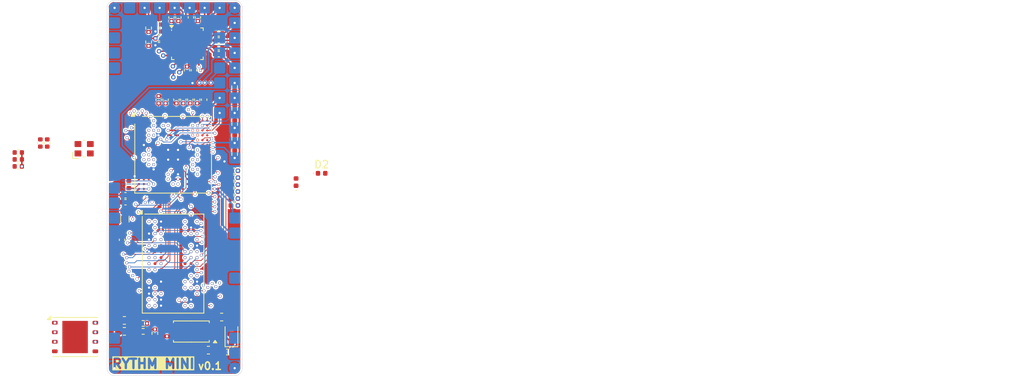
<source format=kicad_pcb>
(kicad_pcb (version 20241229) (generator "pcbnew") (generator_version "9.0")
  (layers (0 "F.Cu" signal "F.Cu (Signal)") (4 "In1.Cu" power "In1.Cu (Ground)") (6 "In2.Cu" power "In2.Cu (Power)") (8 "In3.Cu" signal "In3.Cu (Signal)") (10 "In4.Cu" power "In4.Cu(Ground)") (12 "In5.Cu" signal "In5.Cu (Signal") (14 "In6.Cu" power "In6.Cu (Ground)") (2 "B.Cu" signal "B.Cu (Signal)") (13 "F.Paste" user) (15 "B.Paste" user) (5 "F.SilkS" user "F.Silkscreen") (7 "B.SilkS" user "B.Silkscreen") (1 "F.Mask" user) (3 "B.Mask" user) (25 "Edge.Cuts" user))
  (net 0 "")
  (net 1 "/USB_D-")
  (net 2 "/USB_D+")
  (net 3 "/SWD_IO")
  (net 4 "/SWD_CLK")
  (net 5 "/SWD_SWO")
  (net 6 "/FMC_D14")
  (net 7 "/FMC_SDNRAS")
  (net 8 "/FMC_A5")
  (net 9 "/FMC_A0")
  (net 10 "+3.3V")
  (net 11 "/FMC_D15")
  (net 12 "/FMC_D1")
  (net 13 "/FMC_D3")
  (net 14 "/FMC_D11")
  (net 15 "/FMC_D7")
  (net 16 "/FMC_D9")
  (net 17 "/FMC_A10")
  (net 18 "/FMC_SDCKE0")
  (net 19 "/FMC_D8")
  (net 20 "/FMC_D13")
  (net 21 "/FMC_A3")
  (net 22 "/FMC_D0")
  (net 23 "/FMC_D10")
  (net 24 "/FMC_SDNWE")
  (net 25 "/FMC_NBL0")
  (net 26 "/FMC_D4")
  (net 27 "/FMC_A2")
  (net 28 "/FMC_A7")
  (net 29 "/FMC_NE1")
  (net 30 "/FMC_A1")
  (net 31 "/FMC_D6")
  (net 32 "/FMC_BA0")
  (net 33 "/FMC_CLK")
  (net 34 "/FMC_A9")
  (net 35 "/FMC_A11")
  (net 36 "/FMC_A12")
  (net 37 "/FMC_A8")
  (net 38 "/FMC_D5")
  (net 39 "/FMC_A4")
  (net 40 "/FMC_A6")
  (net 41 "/FMC_D12")
  (net 42 "/FMC_NBL1")
  (net 43 "/FMC_BA1")
  (net 44 "/FMC_D2")
  (net 46 "GND")
  (net 47 "/QSPI_IO3")
  (net 48 "/QSPI_IO2")
  (net 49 "/QSPI_IO0")
  (net 50 "/QSPI_IO1")
  (net 51 "/QSPI_CLK")
  (net 52 "/QSPI_NCS")
  (net 61 "/AUX_OUT_L")
  (net 70 "+3.3VA")
  (net 74 "/AUX_OUT_R")
  (net 76 "/PB6{slash}TX")
  (net 88 "/PB9")
  (net 96 "/PA5{slash}SCK")
  (net 97 "/PB5{slash}RX")
  (net 104 "/SDMMC1_D3")
  (net 105 "/SDMMC1_D1")
  (net 106 "/SDMMC1_D2")
  (net 107 "/SDMMC1_D0")
  (net 108 "/SDMMC1_CK")
  (net 109 "/VBAT")
  (net 110 "/SDMMC1_CMD")
  (net 115 "/FMC_SDNCAS")
  (net 117 "Net-(D3-A)")
  (net 118 "Net-(U7-PH0)")
  (net 119 "Net-(U7-PH1)")
  (net 120 "/I2C_SDA")
  (net 121 "/I2C_SCL")
  (net 122 "Net-(D3-K)")
  (net 123 "Net-(FB2-Pad2)")
  (net 124 "/DIN_IN_SOURCE")
  (net 125 "/DIN_IN_SINK")
  (net 126 "/SAI1_MCLK")
  (net 127 "/SAI1_SCK")
  (net 128 "/SAI1_FS")
  (net 129 "/SAI1_SD_A")
  (net 130 "/SAI1_SD_B")
  (net 132 "Net-(U7-VREF+)")
  (net 133 "Net-(U7-VREF-)")
  (net 134 "/DIN_OUT_SINK")
  (net 135 "Net-(IC1-AUXOUT2)")
  (net 136 "/AUX_IN_R")
  (net 137 "/AUX_IN_L")
  (net 138 "Net-(IC1-AUXOUT1)")
  (net 140 "/HPR")
  (net 141 "Net-(IC1-LMICP)")
  (net 142 "Net-(IC1-LMICN)")
  (net 143 "/HPL")
  (net 144 "Net-(IC1-RMICP)")
  (net 145 "Net-(IC1-RMICN)")
  (net 146 "Net-(IC1-RAUXIN)")
  (net 147 "/SPKR")
  (net 148 "Net-(IC1-LAUXIN)")
  (net 149 "/SPKL")
  (net 150 "Net-(IC1-MICBIAS)")
  (net 151 "Net-(IC1-VREF)")
  (net 157 "/FMC_D22")
  (net 158 "/FMC_D31")
  (net 159 "/FMC_D17")
  (net 160 "/FMC_D26")
  (net 161 "/FMC_D21")
  (net 162 "/FMC_D24")
  (net 163 "/FMC_NBL3")
  (net 164 "/FMC_D27")
  (net 165 "/FMC_D30")
  (net 166 "/FMC_D20")
  (net 167 "/FMC_D18")
  (net 168 "/FMC_NBL2")
  (net 169 "/FMC_D29")
  (net 170 "/FMC_D23")
  (net 171 "/FMC_D16")
  (net 172 "/FMC_D19")
  (net 173 "/FMC_D25")
  (net 174 "/FMC_D28")
  (net 176 "Net-(FB4-Pad1)")
  (net 178 "Net-(FB5-Pad1)")
  (net 179 "/DIN_OUT_SOURCE")
  (net 180 "/PB4")
  (net 181 "/PA6{slash}MISO")
  (net 182 "/PA7{slash}MOSI")
  (net 183 "/RST")
  (net 186 "/DIN_MIDI_RX")
  (net 187 "/DIN_MIDI_TX")
  (net 188 "/PB13")
  (net 189 "/PA2")
  (net 190 "/PA12{slash}4TX")
  (net 191 "/PA3")
  (net 192 "/PA11{slash}4RX")
  (net 193 "/MICL")
  (net 194 "/MICR")
  (net 195 "unconnected-(U3-GND-PadY1)")
  (footprint "Resistor_SMD:R_0402_1005Metric" (layer "F.Cu") (at 88 71.51 -90)
    (property "Reference" "R13" (hide yes))
    (property "Value" "10k")
  )
  (footprint "Capacitor_SMD:C_0402_1005Metric" (layer "F.Cu") (at 87.95 77.7 180)
    (property "Reference" "C5" (hide yes))
    (property "Value" "100nF")
  )
  (footprint "Package_BGA:BGA-90_8.0x13.0mm_Layout2x3x15_P0.8mm" (layer "F.Cu") (at 79.79 90.07)
    (property "Reference" "IC2" (hide yes))
    (property "Value" "IS42S32160F-6BLI")
  )
  (footprint "Capacitor_SMD:C_0402_1005Metric" (layer "F.Cu") (at 77.92 58.22)
    (property "Reference" "C22" (hide yes))
    (property "Value" "1uF")
  )
  (footprint "Resistor_SMD:R_0402_1005Metric" (layer "F.Cu") (at 88 75.51 -90)
    (property "Reference" "R11" (hide yes))
    (property "Value" "10k")
  )
  (footprint "Inductor_SMD:L_0603_1608Metric" (layer "F.Cu") (at 73.305 97.64 180)
    (property "Reference" "FB4" (hide yes))
    (property "Value" "1K @100MHz")
  )
  (footprint "Capacitor_SMD:C_0402_1005Metric" (layer "F.Cu") (at 85.88 60.33)
    (property "Reference" "C21" (hide yes))
    (property "Value" "1uF")
  )
  (footprint "Capacitor_SMD:C_0402_1005Metric" (layer "F.Cu") (at 83.935 68.235 90)
    (property "Reference" "C3" (hide yes))
    (property "Value" "100nF")
  )
  (footprint "Capacitor_SMD:C_0402_1005Metric" (layer "F.Cu") (at 87.945 80.47 180)
    (property "Reference" "C1" (hide yes))
    (property "Value" "100nF")
  )
  (footprint "Capacitor_SMD:C_0402_1005Metric" (layer "F.Cu") (at 81.16 68.235 90)
    (property "Reference" "C12" (hide yes))
    (property "Value" "100nF")
  )
  (footprint "Capacitor_SMD:C_0402_1005Metric" (layer "F.Cu") (at 80.24 68.235 90)
    (property "Reference" "C14" (hide yes))
    (property "Value" "10uF")
  )
  (footprint "Resistor_SMD:R_0402_1005Metric" (layer "F.Cu") (at 88 69.49 -90)
    (property "Reference" "R14" (hide yes))
    (property "Value" "10k")
  )
  (footprint "Package_SO:SOIC-4_4.55x2.6mm_P1.27mm" (layer "F.Cu") (at 82.23 99.12 180)
    (property "Reference" "U2" (hide yes))
    (property "Value" "LTV-217-G")
  )
  (footprint "Inductor_SMD:L_0603_1608Metric" (layer "F.Cu") (at 73.305 99.1 180)
    (property "Reference" "FB5" (hide yes))
    (property "Value" "1K @100MHz")
  )
  (footprint "Resistor_SMD:R_0402_1005Metric" (layer "F.Cu") (at 87.06 101.85)
    (property "Reference" "R7" (hide yes))
    (property "Value" "220R")
  )
  (footprint "Capacitor_SMD:C_0402_1005Metric" (layer "F.Cu") (at 82.085 68.235 90)
    (property "Reference" "C11" (hide yes))
    (property "Value" "100nF")
  )
  (footprint "Inductor_SMD:L_0805_2012Metric" (layer "F.Cu") (at 73.38 84.14 -90)
    (property "Reference" "FB1" (hide yes))
    (property "Value" "120R")
  )
  (footprint "Resistor_SMD:R_0402_1005Metric" (layer "F.Cu") (at 88 73.49 -90)
    (property "Reference" "R12" (hide yes))
    (property "Value" "10k")
  )
  (footprint "Resistor_SMD:R_0402_1005Metric" (layer "F.Cu") (at 77.37 99.35 -90)
    (property "Reference" "R6" (hide yes))
    (property "Value" "R")
  )
  (footprint "Capacitor_SMD:C_0402_1005Metric" (layer "F.Cu") (at 87.95 78.62 180)
    (property "Reference" "C4" (hide yes))
    (property "Value" "100nF")
  )
  (footprint "Capacitor_SMD:C_0402_1005Metric" (layer "F.Cu") (at 77.92 60.98)
    (property "Reference" "C25" (hide yes))
    (property "Value" "1uF")
  )
  (footprint "Capacitor_SMD:C_0402_1005Metric" (layer "F.Cu") (at 59.17 75.265 180)
    (property "Reference" "C2" (hide yes))
    (property "Value" "100nF")
  )
  (footprint "Capacitor_SMD:C_0402_1005Metric" (layer "F.Cu") (at 85.88 61.25)
    (property "Reference" "C26" (hide yes))
    (property "Value" "1uF")
  )
  (footprint "Inductor_SMD:L_0603_1608Metric" (layer "F.Cu") (at 84.5025 101.6)
    (property "Reference" "FB2" (hide yes))
    (property "Value" "1K @100MHz")
  )
  (footprint "Capacitor_SMD:C_0402_1005Metric" (layer "F.Cu") (at 87.95 79.545 180)
    (property "Reference" "C13" (hide yes))
    (property "Value" "100nF")
  )
  (footprint "LED_SMD:LED_0402_1005Metric" (layer "F.Cu") (at 99.585 78.04)
    (property "Reference" "D2")
    (property "Value" "STATUS")
  )
  (footprint "Capacitor_SMD:C_0402_1005Metric" (layer "F.Cu") (at 63.03 74 90)
    (property "Reference" "R5" (hide yes))
    (property "Value" "4.7k")
  )
  (footprint "Package_BGA:UFBGA-201_10x10mm_Layout15x15_P0.65mm" (layer "F.Cu") (at 79.8 75.57)
    (property "Reference" "U7" (hide yes))
    (property "Value" "STM32H750IBKx")
  )
  (footprint "Capacitor_SMD:C_0402_1005Metric" (layer "F.Cu") (at 82.17 57.27 90)
    (property "Reference" "C29" (hide yes))
    (property "Value" "4.7uF")
  )
  (footprint "Capacitor_SMD:C_0402_1005Metric" (layer "F.Cu") (at 78.795 68.24 -90)
    (property "Reference" "R2" (hide yes))
    (property "Value" "4.7k")
  )
  (footprint "Resistor_SMD:R_0402_1005Metric" (layer "F.Cu") (at 87.99 66.52 90)
    (property "Reference" "R10" (hide yes))
    (property "Value" "10k")
  )
  (footprint "Library:RythmMini" (layer "F.Cu") (at 80 80)
    (property "Reference" "U3" (hide yes))
    (property "Value" "RythmMini")
  )
  (footprint "Capacitor_SMD:C_0402_1005Metric" (layer "F.Cu") (at 77.92 60.06)
    (property "Reference" "C24" (hide yes))
    (property "Value" "1uF")
  )
  (footprint "Capacitor_SMD:C_0402_1005Metric" (layer "F.Cu") (at 81.65 64.305 -90)
    (property "Reference" "C19" (hide yes))
    (property "Value" "4.7uF")
  )
  (footprint "Diode_SMD:D_SOD-323" (layer "F.Cu") (at 87.57 99.53 90)
    (property "Reference" "D3" (hide yes))
    (property "Value" "1N4148WS")
  )
  (footprint "Inductor_SMD:L_0603_1608Metric" (layer "F.Cu") (at 86.2675 97.19 180)
    (property "Reference" "FB3" (hide yes))
    (property "Value" "1K @100MHz")
  )
  (footprint "Resistor_SMD:R_0402_1005Metric" (layer "F.Cu") (at 76.535 58.69 -90)
    (property "Reference" "R4" (hide yes))
    (property "Value" "2k2")
  )
  (footprint "Crystal:Crystal_SMD_Abracon_ABM10-4Pin_2.5x2.0mm" (layer "F.Cu") (at 67.945 74.765 90)
    (property "Reference" "Y2" (hide yes))
    (property "Value" "Crystal_GND24")
  )
  (footprint "Capacitor_SMD:C_0402_1005Metric" (layer "F.Cu") (at 73.45 81.89 180)
    (property "Reference" "C30" (hide yes))
    (property "Value" "10nF")
  )
  (footprint "Capacitor_SMD:C_0402_1005Metric" (layer "F.Cu") (at 79.58 57.27 90)
    (property "Reference" "C28" (hide yes))
    (property "Value" "4.7uF")
  )
  (footprint "Capacitor_SMD:C_0402_1005Metric" (layer "F.Cu") (at 77.92 59.14)
    (property "Reference" "C23" (hide yes))
    (property "Value" "1uF")
  )
  (footprint "Resistor_SMD:R_0402_1005Metric" (layer "F.Cu") (at 75.81 98.04 180)
    (property "Reference" "R8" (hide yes))
    (property "Value" "10Ω 5% 0.25W")
  )
  (footprint "Capacitor_SMD:C_0402_1005Metric" (layer "F.Cu") (at 83.1 57.27 90)
    (property "Reference" "C16" (hide yes))
    (property "Value" "4.7uF")
  )
  (footprint "Package_DFN_QFN:QFN-32-1EP_4x4mm_P0.4mm_EP2.9x2.9mm" (layer "F.Cu") (at 81.7 60.78)
    (property "Reference" "IC1" (hide yes))
    (property "Value" "NAU88C22YG")
  )
  (footprint "Capacitor_SMD:C_0402_1005Metric" (layer "F.Cu") (at 73.45 80.97 180)
    (property "Reference" "C31" (hide yes))
    (property "Value" "1uF")
  )
  (footprint "Capacitor_SMD:C_0402_1005Metric" (layer "F.Cu") (at 73.9 79.52 90)
    (property "Reference" "C15" (hide yes))
    (property "Value" "100nF")
  )
  (footprint "Capacitor_SMD:C_0402_1005Metric" (layer "F.Cu") (at 85.88 62.17)
    (property "Reference" "C27" (hide yes))
    (property "Value" "1uF")
  )
  (footprint "Capacitor_SMD:C_0402_1005Metric" (layer "F.Cu") (at 80.5 57.27 90)
    (property "Reference" "C17" (hide yes))
    (property "Value" "4.7uF")
  )
  (footprint "Capacitor_SMD:C_0402_1005Metric" (layer "F.Cu") (at 87.945 81.395 180)
    (property "Reference" "C10" (hide yes))
    (property "Value" "100nF")
  )
  (footprint "Capacitor_SMD:C_0402_1005Metric" (layer "F.Cu") (at 83.01 68.235 90)
    (property "Reference" "C7" (hide yes))
    (property "Value" "100nF")
  )
  (footprint "Capacitor_SMD:C_0402_1005Metric" (layer "F.Cu") (at 82.575 64.305 -90)
    (property "Reference" "C18" (hide yes))
    (property "Value" "4.7uF")
  )
  (footprint "Capacitor_SMD:C_0402_1005Metric" (layer "F.Cu") (at 85.88 59.41)
    (property "Reference" "C20" (hide yes))
    (property "Value" "1uF")
  )
  (footprint "Package_SON:WSON-8-1EP_6x5mm_P1.27mm_EP3.4x4.3mm" (layer "F.Cu") (at 66.74 99.85)
    (property "Reference" "U1" (hide yes))
    (property "Value" "W25Q128JVP")
  )
  (footprint "Capacitor_SMD:C_0402_1005Metric" (layer "F.Cu") (at 59.17 76.19 180)
    (property "Reference" "C6" (hide yes))
    (property "Value" "100nF")
  )
  (footprint "Capacitor_SMD:C_0402_1005Metric" (layer "F.Cu") (at 59.17 77.12 180)
    (property "Reference" "C9" (hide yes))
    (property "Value" "100nF")
  )
  (footprint "Resistor_SMD:R_0402_1005Metric" (layer "F.Cu") (at 75.81 99.1 180)
    (property "Reference" "R9" (hide yes))
    (property "Value" "33Ω 5% 0.5W")
  )
  (footprint "Capacitor_SMD:C_0402_1005Metric" (layer "F.Cu") (at 62.11 74 -90)
    (property "Reference" "C33" (hide yes))
    (property "Value" "100nF")
  )
  (footprint "Capacitor_SMD:C_0402_1005Metric" (layer "F.Cu") (at 87.945 82.32 180)
    (property "Reference" "C8" (hide yes))
    (property "Value" "100nF")
  )
  (footprint "Resistor_SMD:R_0402_1005Metric" (layer "F.Cu") (at 76.535 60.55 -90)
    (property "Reference" "R3" (hide yes))
    (property "Value" "2k2")
  )
  (footprint "LED_SMD:LED_0402_1005Metric" (layer "F.Cu") (at 96.18 79.215 90)
    (property "Reference" "D1" (hide yes))
    (property "Value" "POWER")
  )
  (footprint "Capacitor_SMD:C_0402_1005Metric" (layer "F.Cu") (at 72.99125 86.90125 -90)
    (property "Reference" "C32" (hide yes))
    (property "Value" "1uF")
  )
  (footprint "Capacitor_SMD:C_0402_1005Metric" (layer "F.Cu") (at 77.87 68.24 -90)
    (property "Reference" "R1" (hide yes))
    (property "Value" "4.7k")
  )
  (gr_arc (start 71 56) (mid 71.292893 55.292893) (end 72 55) (stroke (width 0.05)) (layer "Edge.Cuts"))
  (gr_arc (start 89 104) (mid 88.707107 104.707107) (end 88 105) (stroke (width 0.05)) (layer "Edge.Cuts"))
  (gr_line (start 72 55) (end 88 55) (stroke (width 0.05)) (layer "Edge.Cuts"))
  (gr_line (start 71 56) (end 71 104) (stroke (width 0.05)) (layer "Edge.Cuts"))
  (gr_arc (start 72 105) (mid 71.292893 104.707107) (end 71 104) (stroke (width 0.05)) (layer "Edge.Cuts"))
  (gr_line (start 89 104) (end 89 56) (stroke (width 0.05)) (layer "Edge.Cuts"))
  (gr_arc (start 88 55) (mid 88.707107 55.292893) (end 89 56) (stroke (width 0.05)) (layer "Edge.Cuts"))
  (gr_line (start 88 105) (end 72 105) (stroke (width 0.05)) (layer "Edge.Cuts"))
  (gr_text "v0.1" (at 83.01 103.72 0) (layer "F.SilkS") (effects (font (size 1 1) (thickness 0.2) (bold yes)) (justify left)))
  (gr_text "RYTHM MINI" (at 71.51 103.42 0) (layer "F.SilkS" knockout) (effects (font (size 1.25 1.25) (thickness 0.3125) (bold yes)) (justify left)))
  (segment (start 84.23 80.65) (end 83.7 80.12) (width 0.1) (layer "F.Cu") (net 1))
  (segment (start 84.53 80.65) (end 84.23 80.65) (width 0.1) (layer "F.Cu") (net 1))
  (via (at 84.53 80.65) (size 0.4) (drill 0.3) (layers "F.Cu" "B.Cu") (net 1))
  (segment (start 87.44 86) (end 88 86) (width 0.1) (layer "B.Cu") (net 1))
  (segment (start 84.53 80.65) (end 85.58 80.65) (width 0.2) (layer "B.Cu") (net 1))
  (segment (start 85.58 80.65) (end 86.35 81.42) (width 0.2) (layer "B.Cu") (net 1))
  (segment (start 86.35 81.42) (end 86.35 84.91) (width 0.2) (layer "B.Cu") (net 1))
  (segment (start 86.35 84.91) (end 87.44 86) (width 0.2) (layer "B.Cu") (net 1))
  (segment (start 85.32 80.12) (end 84.35 80.12) (width 0.1) (layer "F.Cu") (net 2))
  (via (at 85.32 80.12) (size 0.4) (drill 0.3) (layers "F.Cu" "B.Cu") (net 2))
  (segment (start 87.73 83.73) (end 87.73 82.22) (width 0.2) (layer "B.Cu") (net 2))
  (segment (start 85.63 80.12) (end 85.32 80.12) (width 0.2) (layer "B.Cu") (net 2))
  (segment (start 88 84) (end 87.73 83.73) (width 0.2) (layer "B.Cu") (net 2))
  (segment (start 87.73 82.22) (end 85.63 80.12) (width 0.2) (layer "B.Cu") (net 2))
  (segment (start 84.35 70.45) (end 84.35 70.4) (width 0.09) (layer "F.Cu") (net 3))
  (segment (start 84.35 71.02) (end 84.35 70.45) (width 0.09) (layer "F.Cu") (net 3))
  (via (at 84.35 70.45) (size 0.4) (drill 0.3) (layers "F.Cu" "B.Cu") (net 3))
  (via (at 84.823 65.96) (size 0.6) (drill 0.3) (layers "F.Cu" "B.Cu") (remove_unused_layers yes) (net 3))
  (segment (start 84.823 65.96) (end 84.823 65.417) (width 0.2) (layer "B.Cu") (net 3))
  (segment (start 86 64.24) (end 86 64) (width 0.2) (layer "B.Cu") (net 3))
  (segment (start 84.823 65.417) (end 86 64.24) (width 0.2) (layer "B.Cu") (net 3))
  (segment (start 83.7 70.45) (end 83.7 70.4) (width 0.09) (layer "F.Cu") (net 4))
  (segment (start 83.7 71.02) (end 83.7 70.45) (width 0.09) (layer "F.Cu") (net 4))
  (via (at 83.7 70.45) (size 0.4) (drill 0.3) (layers "F.Cu" "B.Cu") (net 4))
  (via (at 84.01 65.97) (size 0.6) (drill 0.3) (layers "F.Cu" "B.Cu") (remove_unused_layers yes) (net 4))
  (segment (start 85.97 62) (end 86 62) (width 0.2) (layer "B.Cu") (net 4))
  (segment (start 84.01 65.51) (end 84.96 64.56) (width 0.2) (layer "B.Cu") (net 4))
  (segment (start 84.01 65.97) (end 84.01 65.51) (width 0.2) (layer "B.Cu") (net 4))
  (segment (start 84.96 64.56) (end 84.96 63.01) (width 0.2) (layer "B.Cu") (net 4))
  (segment (start 84.96 63.01) (end 85.97 62) (width 0.2) (layer "B.Cu") (net 4))
  (segment (start 81.1 71.02) (end 81.1 70.45) (width 0.09) (layer "F.Cu") (net 5))
  (via (at 83.282997 65.97) (size 0.6) (drill 0.3) (layers "F.Cu" "B.Cu") (remove_unused_layers yes) (net 5))
  (via (at 81.1 70.45) (size 0.4) (drill 0.3) (layers "F.Cu" "B.Cu") (net 5))
  (segment (start 83.282997 65.467003) (end 84.51 64.24) (width 0.2) (layer "B.Cu") (net 5))
  (segment (start 84.51 64.24) (end 84.51 61.49) (width 0.2) (layer "B.Cu") (net 5))
  (segment (start 84.51 61.49) (end 86 60) (width 0.2) (layer "B.Cu") (net 5))
  (segment (start 83.282997 65.97) (end 83.282997 65.467003) (width 0.2) (layer "B.Cu") (net 5))
  (segment (start 84.02 79.15) (end 83.7 79.47) (width 0.09) (layer "F.Cu") (net 6))
  (segment (start 84.84 79.15) (end 84.02 79.15) (width 0.09) (layer "F.Cu") (net 6))
  (via (at 84.41 93.24) (size 0.4) (drill 0.3) (layers "F.Cu" "B.Cu") (net 6))
  (via (at 84.84 79.15) (size 0.4) (drill 0.3) (layers "F.Cu" "B.Cu") (net 6))
  (via (at 78.19 94.07) (size 0.4) (drill 0.3) (layers "F.Cu" "B.Cu") (net 6))
  (segment (start 78.5 82.76) (end 78.5 80.12) (width 0.1) (layer "F.Cu") (net 7))
  (segment (start 78.18 83.08) (end 78.5 82.76) (width 0.1) (layer "F.Cu") (net 7))
  (segment (start 78.18 83.1) (end 78.18 83.08) (width 0.1) (layer "F.Cu") (net 7))
  (segment (start 78.17 83.09) (end 78.18 83.1) (width 0.1) (layer "F.Cu") (net 7))
  (via (at 78.17 83.09) (size 0.4) (drill 0.3) (layers "F.Cu" "B.Cu") (net 7))
  (via (at 82.99 90.87) (size 0.4) (drill 0.3) (layers "F.Cu" "B.Cu") (net 7))
  (via (at 81.23 83.12) (size 0.4) (drill 0.3) (layers "F.Cu" "B.Cu") (net 7))
  (segment (start 78.2 83.12) (end 81.23 83.12) (width 0.1) (layer "B.Cu") (net 7))
  (segment (start 78.17 83.09) (end 78.2 83.12) (width 0.1) (layer "B.Cu") (net 7))
  (via (at 77 81.87) (size 0.4) (drill 0.3) (layers "F.Cu" "B.Cu") (net 8))
  (via (at 77.39 89.27) (size 0.4) (drill 0.3) (layers "F.Cu" "B.Cu") (net 8))
  (via (at 76.55 76.87) (size 0.4) (drill 0.3) (layers "F.Cu" "B.Cu") (net 8))
  (segment (start 73.66 73.29) (end 74.32 73.95) (width 0.09) (layer "F.Cu") (net 9))
  (segment (start 75.57 73.95) (end 75.9 73.62) (width 0.09) (layer "F.Cu") (net 9))
  (segment (start 74.32 73.95) (end 75.57 73.95) (width 0.09) (layer "F.Cu") (net 9))
  (via (at 73.66 73.29) (size 0.4) (drill 0.3) (layers "F.Cu" "B.Cu") (net 9))
  (via (at 82.19 89.27) (size 0.4) (drill 0.3) (layers "F.Cu" "B.Cu") (net 9))
  (via (at 73.62 89.96) (size 0.4) (drill 0.3) (layers "F.Cu" "B.Cu") (net 9))
  (segment (start 77.761102 89.68) (end 77.881102 89.56) (width 0.1) (layer "B.Cu") (net 9))
  (segment (start 79.13 89.93) (end 81.53 89.93) (width 0.1) (layer "B.Cu") (net 9))
  (segment (start 78.76 89.56) (end 79.13 89.93) (width 0.1) (layer "B.Cu") (net 9))
  (segment (start 77.881102 89.56) (end 78.76 89.56) (width 0.1) (layer "B.Cu") (net 9))
  (segment (start 81.53 89.93) (end 82.19 89.27) (width 0.1) (layer "B.Cu") (net 9))
  (segment (start 74.68 89.96) (end 74.96 89.68) (width 0.1) (layer "B.Cu") (net 9))
  (segment (start 73.62 89.96) (end 74.68 89.96) (width 0.1) (layer "B.Cu") (net 9))
  (segment (start 74.96 89.68) (end 77.761102 89.68) (width 0.1) (layer "B.Cu") (net 9))
  (segment (start 76.58 98.84) (end 76.32 99.1) (width 0.2) (layer "F.Cu") (net 10))
  (segment (start 81.9 62.78) (end 81.9 63.575) (width 0.2) (layer "F.Cu") (net 10))
  (segment (start 79.02 67.76) (end 78.795 67.76) (width 0.2) (layer "F.Cu") (net 10))
  (segment (start 78.795 67.76) (end 77.87 67.76) (width 0.2) (layer "F.Cu") (net 10))
  (segment (start 59.65 77.12) (end 59.65 75.265) (width 0.2) (layer "F.Cu") (net 10))
  (segment (start 79.975 68.715) (end 79.02 67.76) (width 0.2) (layer "F.Cu") (net 10))
  (segment (start 81.65 63.825) (end 82.575 63.825) (width 0.2) (layer "F.Cu") (net 10))
  (segment (start 72.99125 85.59125) (end 73.38 85.2025) (width 0.2) (layer "F.Cu") (net 10))
  (segment (start 82.7 58.78) (end 82.7 58.1) (width 0.1) (layer "F.Cu") (net 10))
  (segment (start 82.3 63.6) (end 82.525 63.825) (width 0.2) (layer "F.Cu") (net 10))
  (segment (start 80.7 58.78) (end 80.7 57.705) (width 0.1) (layer "F.Cu") (net 10))
  (segment (start 80.45 78.82) (end 81.1 78.82) (width 0.2) (layer "F.Cu") (net 10))
  (segment (start 82.7 58.1) (end 83.1 57.7) (width 0.1) (layer "F.Cu") (net 10))
  (segment (start 80.45 72.32) (end 79.8 72.32) (width 0.2) (layer "F.Cu") (net 10))
  (segment (start 76.55 74.27) (end 76.55 74.92) (width 0.1) (layer "F.Cu") (net 10))
  (segment (start 80.24 68.715) (end 79.975 68.715) (width 0.2) (layer "F.Cu") (net 10))
  (segment (start 77.37 98.84) (end 76.58 98.84) (width 0.2) (layer "F.Cu") (net 10))
  (segment (start 79.8 72.32) (end 79.15 72.32) (width 0.2) (layer "F.Cu") (net 10))
  (segment (start 72.99125 86.42125) (end 72.99125 85.59125) (width 0.2) (layer "F.Cu") (net 10))
  (segment (start 81.9 63.575) (end 81.65 63.825) (width 0.2) (layer "F.Cu") (net 10))
  (segment (start 82.3 62.78) (end 82.3 63.6) (width 0.2) (layer "F.Cu") (net 10))
  (segment (start 83.935 68.715) (end 83.01 68.715) (width 0.2) (layer "F.Cu") (net 10))
  (segment (start 79.8 78.82) (end 80.45 78.82) (width 0.2) (layer "F.Cu") (net 10))
  (via (at 83.1 57.755) (size 0.4) (drill 0.3) (layers "F.Cu" "B.Cu") (net 10))
  (via (at 80.5 57.755) (size 0.4) (drill 0.3) (layers "F.Cu" "B.Cu") (net 10))
  (via (at 88.425 80.47) (size 0.6) (drill 0.3) (layers "F.Cu" "B.Cu") (net 10))
  (via (at 82.99 93.27) (size 0.4) (drill 0.3) (layers "F.Cu" "B.Cu") (net 10))
  (via (at 77.39 85.27) (size 0.4) (drill 0.3) (layers "F.Cu" "B.Cu") (net 10))
  (via (at 81.16 68.715) (size 0.4) (drill 0.3) (layers "F.Cu" "B.Cu") (net 10))
  (via (at 82.99 86.07) (size 0.4) (drill 0.3) (layers "F.Cu" "B.Cu") (net 10))
  (via (at 76.55 74.92) (size 0.4) (drill 0.3) (layers "F.Cu" "B.Cu") (net 10))
  (via (at 83.05 74.92) (size 0.4) (drill 0.3) (layers "F.Cu" "B.Cu") (net 10))
  (via (at 79.15 72.32) (size 0.4) (drill 0.3) (layers "F.Cu" "B.Cu") (net 10))
  (via (at 88.43 77.7) (size 0.6) (drill 0.3) (layers "F.Cu" "B.Cu") (net 10))
  (via (at 76.59 92.47) (size 0.4) (drill 0.3) (layers "F.Cu" "B.Cu") (net 10))
  (via (at 80.24 68.715) (size 0.4) (drill 0.3) (layers "F.Cu" "B.Cu") (net 10))
  (via (at 81.39 85.27) (size 0.4) (drill 0.3) (layers "F.Cu" "B.Cu") (net 10))
  (via (at 88.425 81.395) (size 0.6) (drill 0.3) (layers "F.Cu" "B.Cu") (net 10))
  (via (at 77.39 94.87) (size 0.4) (drill 0.3) (layers "F.Cu" "B.Cu") (net 10))
  (via (at 82.99 94.07) (size 0.4) (drill 0.3) (layers "F.Cu" "B.Cu") (net 10))
  (via (at 81.65 63.825) (size 0.4) (drill 0.3) (layers "F.Cu" "B.Cu") (net 10))
  (via (at 77.85 72.32) (size 0.4) (drill 0.3) (layers "F.Cu" "B.Cu") (net 10))
  (via (at 82.085 68.715) (size 0.4) (drill 0.3) (layers "F.Cu" "B.Cu") (net 10))
  (via (at 81.39 92.47) (size 0.4) (drill 0.3) (layers "F.Cu" "B.Cu") (net 10))
  (via (at 76.59 87.67) (size 0.4) (drill 0.3) (layers "F.Cu" "B.Cu") (net 10))
  (via (at 88.43 79.545) (size 0.6) (drill 0.3) (layers "F.Cu" "B.Cu") (net 10))
  (via (at 59.65 77.12) (size 0.4) (drill 0.3) (layers "F.Cu" "B.Cu") (net 10))
  (via (at 83.01 68.715) (size 0.4) (drill 0.3) (layers "F.Cu" "B.Cu") (net 10))
  (via (at 81.39 95.67) (size 0.4) (drill 0.3) (layers "F.Cu" "B.Cu") (net 10))
  (via (at 69.44 97.945) (size 0.4) (drill 0.3) (layers "F.Cu" "B.Cu") (net 10))
  (via (at 80.45 78.82) (size 0.4) (drill 0.3) (layers "F.Cu" "B.Cu") (net 10))
  (via (at 88.435 82.33) (size 0.6) (drill 0.3) (layers "F.Cu" "B.Cu") (net 10))
  (via (at 83.05 75.57) (size 0.4) (drill 0.3) (layers "F.Cu" "B.Cu") (net 10))
  (via (at 77.2 76.87) (size 0.4) (drill 0.3) (layers "F.Cu" "B.Cu") (net 10))
  (via (at 82.99 88.47) (size 0.4) (drill 0.3) (layers "F.Cu" "B.Cu") (net 10))
  (via (at 88.43 78.62) (size 0.6) (drill 0.3) (layers "F.Cu" "B.Cu") (net 10))
  (via (at 83.05 76.22) (size 0.4) (drill 0.3) (layers "F.Cu" "B.Cu") (net 10))
  (via (at 77.87 67.76) (size 0.4) (drill 0.3) (layers "F.Cu" "B.Cu") (net 10))
  (via (at 82.99 86.87) (size 0.4) (drill 0.3) (layers "F.Cu" "B.Cu") (net 10))
  (via (at 81.39 84.47) (size 0.4) (drill 0.3) (layers "F.Cu" "B.Cu") (net 10))
  (via (at 81.39 94.87) (size 0.4) (drill 0.3) (layers "F.Cu" "B.Cu") (net 10))
  (via (at 77.37 98.84) (size 0.4) (drill 0.3) (layers "F.Cu" "B.Cu") (net 10))
  (via (at 82.4 76.22) (size 0.4) (drill 0.3) (layers "F.Cu" "B.Cu") (net 10))
  (segment (start 85.425 79.155) (end 85.02 78.75) (width 0.09) (layer "F.Cu") (net 11))
  (segment (start 84.42 78.75) (end 84.35 78.82) (width 0.09) (layer "F.Cu") (net 11))
  (segment (start 85.02 78.75) (end 84.42 78.75) (width 0.09) (layer "F.Cu") (net 11))
  (via (at 85.425 79.155) (size 0.4) (drill 0.3) (layers "F.Cu" "B.Cu") (net 11))
  (via (at 77.39 95.67) (size 0.4) (drill 0.3) (layers "F.Cu" "B.Cu") (net 11))
  (via (at 85.48 93.13) (size 0.4) (drill 0.3) (layers "F.Cu" "B.Cu") (net 11))
  (segment (start 84.02 77.84) (end 83.7 77.52) (width 0.1) (layer "F.Cu") (net 12))
  (segment (start 85.61 77.84) (end 84.02 77.84) (width 0.1) (layer "F.Cu") (net 12))
  (segment (start 85.78 78.01) (end 85.61 77.84) (width 0.1) (layer "F.Cu") (net 12))
  (via (at 85.78 78.01) (size 0.4) (drill 0.3) (layers "F.Cu" "B.Cu") (net 12))
  (via (at 82.19 95.67) (size 0.4) (drill 0.3) (layers "F.Cu" "B.Cu") (net 12))
  (segment (start 86.07 94.42) (end 86.069 94.421) (width 0.1) (layer "F.Cu") (net 13))
  (segment (start 82.541 94.421) (end 82.19 94.07) (width 0.1) (layer "F.Cu") (net 13))
  (segment (start 86.069 94.421) (end 82.541 94.421) (width 0.1) (layer "F.Cu") (net 13))
  (via (at 82.4 72.32) (size 0.4) (drill 0.3) (layers "F.Cu" "B.Cu") (remove_unused_layers yes) (net 13))
  (via (at 86.07 94.42) (size 0.4) (drill 0.3) (layers "F.Cu" "B.Cu") (net 13))
  (segment (start 83.66 83.12) (end 82.08 81.54) (width 0.1) (layer "F.Cu") (net 14))
  (segment (start 82.08 81.54) (end 82.08 79.8) (width 0.1) (layer "F.Cu") (net 14))
  (segment (start 85.34 83.12) (end 83.66 83.12) (width 0.1) (layer "F.Cu") (net 14))
  (segment (start 82.08 79.8) (end 81.75 79.47) (width 0.1) (layer "F.Cu") (net 14))
  (via (at 85.34 83.12) (size 0.4) (drill 0.3) (layers "F.Cu" "B.Cu") (net 14))
  (via (at 85.01 92.72) (size 0.4) (drill 0.3) (layers "F.Cu" "B.Cu") (net 14))
  (via (at 76.59 94.87) (size 0.4) (drill 0.3) (layers "F.Cu" "B.Cu") (net 14))
  (segment (start 80.45 81.07) (end 80.865 81.485) (width 0.1) (layer "F.Cu") (net 15))
  (segment (start 80.45 80.12) (end 80.45 81.07) (width 0.1) (layer "F.Cu") (net 15))
  (segment (start 80.865 81.485) (end 80.89 81.51) (width 0.1) (layer "F.Cu") (net 15))
  (via (at 82.19 92.47) (size 0.4) (drill 0.3) (layers "F.Cu" "B.Cu") (net 15))
  (via (at 80.865 81.485) (size 0.4) (drill 0.3) (layers "F.Cu" "B.Cu") (net 15))
  (segment (start 80.38 83.18) (end 80.38 91.39) (width 0.1) (layer "F.Cu") (net 16))
  (segment (start 78.5 93.27) (end 78.19 93.27) (width 0.1) (layer "F.Cu") (net 16))
  (segment (start 81.47 80.98) (end 81.47 82.09) (width 0.1) (layer "F.Cu") (net 16))
  (segment (start 81.1 80.12) (end 81.1 80.61) (width 0.1) (layer "F.Cu") (net 16))
  (segment (start 81.47 82.09) (end 80.38 83.18) (width 0.1) (layer "F.Cu") (net 16))
  (segment (start 80.38 91.39) (end 78.5 93.27) (width 0.1) (layer "F.Cu") (net 16))
  (segment (start 81.1 80.61) (end 81.47 80.98) (width 0.1) (layer "F.Cu") (net 16))
  (via (at 81.39 89.27) (size 0.4) (drill 0.3) (layers "F.Cu" "B.Cu") (net 17))
  (via (at 79.15 78.82) (size 0.4) (drill 0.3) (layers "F.Cu" "B.Cu") (net 17))
  (segment (start 77.54 74.27) (end 77.79 74.02) (width 0.1) (layer "F.Cu") (net 18))
  (segment (start 77.2 74.27) (end 77.54 74.27) (width 0.1) (layer "F.Cu") (net 18))
  (via (at 77.39 90.87) (size 0.4) (drill 0.3) (layers "F.Cu" "B.Cu") (net 18))
  (via (at 77.79 74.02) (size 0.4) (drill 0.3) (layers "F.Cu" "B.Cu") (net 18))
  (segment (start 80.779 80.649) (end 81.25 81.12) (width 0.1) (layer "F.Cu") (net 19))
  (segment (start 77.79 92.07) (end 77.39 92.47) (width 0.1) (layer "F.Cu") (net 19))
  (segment (start 80.02 83.2) (end 80.02 90.68) (width 0.1) (layer "F.Cu") (net 19))
  (segment (start 80.779 79.791) (end 80.779 80.649) (width 0.1) (layer "F.Cu") (net 19))
  (segment (start 78.63 92.07) (end 77.79 92.07) (width 0.1) (layer "F.Cu") (net 19))
  (segment (start 80.02 90.68) (end 78.63 92.07) (width 0.1) (layer "F.Cu") (net 19))
  (segment (start 81.1 79.47) (end 80.779 79.791) (width 0.1) (layer "F.Cu") (net 19))
  (segment (start 81.25 81.97) (end 80.02 83.2) (width 0.1) (layer "F.Cu") (net 19))
  (segment (start 81.25 81.12) (end 81.25 81.97) (width 0.1) (layer "F.Cu") (net 19))
  (segment (start 84.35 79.48) (end 84.35 79.47) (width 0.09) (layer "F.Cu") (net 20))
  (segment (start 85.83 79.56) (end 84.43 79.56) (width 0.09) (layer "F.Cu") (net 20))
  (segment (start 84.43 79.56) (end 84.35 79.48) (width 0.09) (layer "F.Cu") (net 20))
  (segment (start 85.86 79.53) (end 85.83 79.56) (width 0.09) (layer "F.Cu") (net 20))
  (via (at 85.86 79.53) (size 0.4) (drill 0.3) (layers "F.Cu" "B.Cu") (net 20))
  (via (at 76.59 95.67) (size 0.4) (drill 0.3) (layers "F.Cu" "B.Cu") (net 20))
  (via (at 85.99 92.64) (size 0.4) (drill 0.3) (layers "F.Cu" "B.Cu") (net 20))
  (segment (start 76.1 88.1) (end 77.82 88.1) (width 0.1) (layer "F.Cu") (net 21))
  (segment (start 77.82 88.1) (end 78.19 88.47) (width 0.1) (layer "F.Cu") (net 21))
  (via (at 75.9 76.22) (size 0.4) (drill 0.3) (layers "F.Cu" "B.Cu") (net 21))
  (via (at 76.1 81.91) (size 0.4) (drill 0.3) (layers "F.Cu" "B.Cu") (net 21))
  (via (at 76.1 88.1) (size 0.4) (drill 0.3) (layers "F.Cu" "B.Cu") (net 21))
  (segment (start 85.4 78.5) (end 85.399 78.499) (width 0.1) (layer "F.Cu") (net 22))
  (segment (start 81.78 93.68) (end 81.39 94.07) (width 0.1) (layer "F.Cu") (net 22))
  (segment (start 84.029 78.499) (end 83.7 78.17) (width 0.1) (layer "F.Cu") (net 22))
  (segment (start 85.399 78.499) (end 84.029 78.499) (width 0.1) (layer "F.Cu") (net 22))
  (segment (start 83.9 93.68) (end 81.78 93.68) (width 0.1) (layer "F.Cu") (net 22))
  (via (at 83.9 93.68) (size 0.4) (drill 0.3) (layers "F.Cu" "B.Cu") (net 22))
  (via (at 85.4 78.5) (size 0.4) (drill 0.3) (layers "F.Cu" "B.Cu") (net 22))
  (segment (start 79.64 77.69) (end 79.83 77.5) (width 0.1) (layer "F.Cu") (net 23))
  (segment (start 79.53 77.69) (end 79.64 77.69) (width 0.1) (layer "F.Cu") (net 23))
  (segment (start 81.429 78.499) (end 81.75 78.82) (width 0.1) (layer "F.Cu") (net 23))
  (segment (start 81.429 77.869) (end 81.429 78.499) (width 0.1) (layer "F.Cu") (net 23))
  (segment (start 81.06 77.5) (end 81.429 77.869) (width 0.1) (layer "F.Cu") (net 23))
  (segment (start 79.83 77.5) (end 81.06 77.5) (width 0.1) (layer "F.Cu") (net 23))
  (via (at 79.53 77.69) (size 0.4) (drill 0.3) (layers "F.Cu" "B.Cu") (net 23))
  (via (at 77.39 93.27) (size 0.4) (drill 0.3) (layers "F.Cu" "B.Cu") (net 23))
  (segment (start 76.335 81.145) (end 74.41 83.07) (width 0.09) (layer "F.Cu") (net 24))
  (segment (start 74.41 83.07) (end 74.41 84.12) (width 0.09) (layer "F.Cu") (net 24))
  (via (at 82.19 91.67) (size 0.4) (drill 0.3) (layers "F.Cu" "B.Cu") (net 24))
  (via (at 74.41 91.67) (size 0.4) (drill 0.3) (layers "F.Cu" "B.Cu") (net 24))
  (via (at 76.335 81.145) (size 0.4) (drill 0.3) (layers "F.Cu" "B.Cu") (net 24))
  (via (at 74.41 84.12) (size 0.4) (drill 0.3) (layers "F.Cu" "B.Cu") (net 24))
  (via (at 77.2 76.22) (size 0.4) (drill 0.3) (layers "F.Cu" "B.Cu") (net 24))
  (via (at 77.2 71.02) (size 0.4) (drill 0.3) (layers "F.Cu" "B.Cu") (net 25))
  (via (at 73.92 91.09) (size 0.4) (drill 0.3) (layers "F.Cu" "B.Cu") (net 25))
  (via (at 82.99 91.67) (size 0.4) (drill 0.3) (layers "F.Cu" "B.Cu") (net 25))
  (segment (start 79.8 81.1) (end 79.8 80.12) (width 0.1) (layer "F.Cu") (net 26))
  (segment (start 80.851 95.221) (end 80.58 94.95) (width 0.1) (layer "F.Cu") (net 26))
  (segment (start 82.99 94.87) (end 82.639 95.221) (width 0.1) (layer "F.Cu") (net 26))
  (segment (start 82.639 95.221) (end 80.851 95.221) (width 0.1) (layer "F.Cu") (net 26))
  (via (at 80.58 94.95) (size 0.4) (drill 0.3) (layers "F.Cu" "B.Cu") (net 26))
  (via (at 79.8 81.1) (size 0.4) (drill 0.3) (layers "F.Cu" "B.Cu") (net 26))
  (via (at 73.91 86.63) (size 0.4) (drill 0.3) (layers "F.Cu" "B.Cu") (net 27))
  (via (at 81.39 88.47) (size 0.4) (drill 0.3) (layers "F.Cu" "B.Cu") (net 27))
  (via (at 75.9 75.57) (size 0.4) (drill 0.3) (layers "F.Cu" "B.Cu") (net 27))
  (segment (start 80.21 87.29) (end 81.39 88.47) (width 0.1) (layer "B.Cu") (net 27))
  (segment (start 75.2 87.29) (end 80.21 87.29) (width 0.1) (layer "B.Cu") (net 27))
  (segment (start 73.91 86.63) (end 74.54 86.63) (width 0.1) (layer "B.Cu") (net 27))
  (segment (start 74.54 86.63) (end 75.2 87.29) (width 0.1) (layer "B.Cu") (net 27))
  (segment (start 78.179 79.141) (end 78.5 78.82) (width 0.1) (layer "F.Cu") (net 28))
  (segment (start 75.18 83.21) (end 76.61 83.21) (width 0.1) (layer "F.Cu") (net 28))
  (segment (start 76.61 83.21) (end 78.179 81.641) (width 0.1) (layer "F.Cu") (net 28))
  (segment (start 78.179 81.641) (end 78.179 79.141) (width 0.1) (layer "F.Cu") (net 28))
  (via (at 75.18 83.21) (size 0.4) (drill 0.3) (layers "F.Cu" "B.Cu") (net 28))
  (via (at 76.59 90.07) (size 0.4) (drill 0.3) (layers "F.Cu" "B.Cu") (net 28))
  (segment (start 82.59 91.27) (end 83.56 91.27) (width 0.1) (layer "F.Cu") (net 29))
  (segment (start 84.61 75.18) (end 84.35 74.92) (width 0.1) (layer "F.Cu") (net 29))
  (segment (start 82.19 90.87) (end 82.59 91.27) (width 0.1) (layer "F.Cu") (net 29))
  (segment (start 85.12 75.18) (end 84.61 75.18) (width 0.1) (layer "F.Cu") (net 29))
  (via (at 83.56 91.27) (size 0.4) (drill 0.3) (layers "F.Cu" "B.Cu") (net 29))
  (via (at 85.12 75.18) (size 0.4) (drill 0.3) (layers "F.Cu" "B.Cu") (net 29))
  (via (at 76.55 75.57) (size 0.4) (drill 0.3) (layers "F.Cu" "B.Cu") (net 30))
  (via (at 73.99 90.52) (size 0.4) (drill 0.3) (layers "F.Cu" "B.Cu") (net 30))
  (via (at 82.99 89.27) (size 0.4) (drill 0.3) (layers "F.Cu" "B.Cu") (net 30))
  (segment (start 81.741 90.519) (end 82.99 89.27) (width 0.1) (layer "B.Cu") (net 30))
  (segment (start 73.991 90.519) (end 81.741 90.519) (width 0.1) (layer "B.Cu") (net 30))
  (segment (start 73.99 90.52) (end 73.991 90.519) (width 0.1) (layer "B.Cu") (net 30))
  (via (at 81.39 93.27) (size 0.4) (drill 0.3) (layers "F.Cu" "B.Cu") (net 31))
  (via (at 81.39 93.27) (size 0.4) (drill 0.3) (layers "F.Cu" "B.Cu") (net 31))
  (via (at 80.45 79.47) (size 0.4) (drill 0.3) (layers "F.Cu" "B.Cu") (net 31))
  (segment (start 84.02 76.55) (end 83.7 76.87) (width 0.09) (layer "F.Cu") (net 32))
  (segment (start 86.83 87.03) (end 86.83 77.47) (width 0.1) (layer "F.Cu") (net 32))
  (segment (start 81.39 90.87) (end 81.8 90.46) (width 0.1) (layer "F.Cu") (net 32))
  (segment (start 85.91 76.55) (end 84.91 76.55) (width 0.1) (layer "F.Cu") (net 32))
  (segment (start 81.8 90.46) (end 83.4 90.46) (width 0.1) (layer "F.Cu") (net 32))
  (segment (start 83.4 90.46) (end 86.83 87.03) (width 0.1) (layer "F.Cu") (net 32))
  (segment (start 86.83 77.47) (end 85.91 76.55) (width 0.1) (layer "F.Cu") (net 32))
  (segment (start 84.91 76.55) (end 84.02 76.55) (width 0.09) (layer "F.Cu") (net 32))
  (segment (start 81.52 73.2) (end 81.75 72.97) (width 0.1) (layer "F.Cu") (net 33))
  (segment (start 81.52 77.28) (end 81.52 73.2) (width 0.1) (layer "F.Cu") (net 33))
  (via (at 74.81 82.17) (size 0.4) (drill 0.3) (layers "F.Cu" "B.Cu") (net 33))
  (via (at 76.59 90.87) (size 0.4) (drill 0.3) (layers "F.Cu" "B.Cu") (net 33))
  (via (at 81.52 77.28) (size 0.4) (drill 0.3) (layers "F.Cu" "B.Cu") (net 33))
  (segment (start 81.52 79.94) (end 81.52 77.28) (width 0.1) (layer "B.Cu") (net 33))
  (segment (start 74.81 82.17) (end 74.93 82.29) (width 0.1) (layer "B.Cu") (net 33))
  (segment (start 74.93 82.29) (end 79.17 82.29) (width 0.1) (layer "B.Cu") (net 33))
  (segment (start 79.17 82.29) (end 81.52 79.94) (width 0.1) (layer "B.Cu") (net 33))
  (segment (start 79.37 89.69) (end 78.19 90.87) (width 0.1) (layer "F.Cu") (net 34))
  (segment (start 79.15 79.47) (end 79.471 79.791) (width 0.1) (layer "F.Cu") (net 34))
  (segment (start 79.471 79.791) (end 79.471 80.54) (width 0.1) (layer "F.Cu") (net 34))
  (segment (start 79.37 80.641) (end 79.37 89.69) (width 0.1) (layer "F.Cu") (net 34))
  (segment (start 79.471 80.54) (end 79.37 80.641) (width 0.1) (layer "F.Cu") (net 34))
  (via (at 79.15 78.17) (size 0.4) (drill 0.3) (layers "F.Cu" "B.Cu") (net 35))
  (via (at 82.99 90.07) (size 0.4) (drill 0.3) (layers "F.Cu" "B.Cu") (net 35))
  (segment (start 83.56 88.95) (end 86.21 86.3) (width 0.1) (layer "F.Cu") (net 36))
  (segment (start 84.35 77.52) (end 85.26 77.52) (width 0.1) (layer "F.Cu") (net 36))
  (segment (start 86.21 77.86) (end 85.87 77.52) (width 0.1) (layer "F.Cu") (net 36))
  (segment (start 86.21 86.3) (end 86.21 77.86) (width 0.1) (layer "F.Cu") (net 36))
  (segment (start 85.87 77.52) (end 85.28 77.52) (width 0.1) (layer "F.Cu") (net 36))
  (via (at 78.19 90.07) (size 0.4) (drill 0.3) (layers "F.Cu" "B.Cu") (net 36))
  (via (at 83.56 88.95) (size 0.4) (drill 0.3) (layers "F.Cu" "B.Cu") (net 36))
  (segment (start 79.15 89.1) (end 78.56 89.69) (width 0.1) (layer "F.Cu") (net 37))
  (segment (start 77.77 89.69) (end 77.39 90.07) (width 0.1) (layer "F.Cu") (net 37))
  (segment (start 78.56 89.69) (end 77.77 89.69) (width 0.1) (layer "F.Cu") (net 37))
  (segment (start 79.15 80.12) (end 79.15 89.1) (width 0.1) (layer "F.Cu") (net 37))
  (via (at 79.8 79.47) (size 0.4) (drill 0.3) (layers "F.Cu" "B.Cu") (net 38))
  (via (at 82.19 93.27) (size 0.4) (drill 0.3) (layers "F.Cu" "B.Cu") (net 38))
  (via (at 76.55 76.22) (size 0.4) (drill 0.3) (layers "F.Cu" "B.Cu") (net 39))
  (via (at 76.59 89.27) (size 0.4) (drill 0.3) (layers "F.Cu" "B.Cu") (net 39))
  (segment (start 78.829 79.799) (end 78.829 80.7) (width 0.1) (layer "F.Cu") (net 40))
  (segment (start 78.5 79.47) (end 78.829 79.799) (width 0.1) (layer "F.Cu") (net 40))
  (segment (start 78.829 88.631) (end 78.829 81.271) (width 0.1) (layer "F.Cu") (net 40))
  (segment (start 78.829 81.271) (end 78.829 80.7) (width 0.1) (layer "F.Cu") (net 40))
  (segment (start 78.19 89.27) (end 78.829 88.631) (width 0.1) (layer "F.Cu") (net 40))
  (segment (start 78.829 81.171) (end 78.829 80.7) (width 0.1) (layer "F.Cu") (net 40))
  (segment (start 82.17 82.44) (end 81.75 82.02) (width 0.1) (layer "F.Cu") (net 41))
  (segment (start 81.75 82.02) (end 81.75 80.12) (width 0.1) (layer "F.Cu") (net 41))
  (via (at 82.17 82.44) (size 0.4) (drill 0.3) (layers "F.Cu" "B.Cu") (net 41))
  (via (at 77.39 94.07) (size 0.4) (drill 0.3) (layers "F.Cu" "B.Cu") (net 41))
  (via (at 83.85 92.96) (size 0.4) (drill 0.3) (layers "F.Cu" "B.Cu") (net 41))
  (segment (start 84.04 92.77) (end 84.04 84.31) (width 0.1) (layer "B.Cu") (net 41))
  (segment (start 84.04 84.31) (end 82.17 82.44) (width 0.1) (layer "B.Cu") (net 41))
  (segment (start 83.85 92.96) (end 84.04 92.77) (width 0.1) (layer "B.Cu") (net 41))
  (segment (start 76.55 71.02) (end 76.55 70.75) (width 0.09) (layer "F.Cu") (net 42))
  (segment (start 76.55 70.75) (end 76.84 70.46) (width 0.09) (layer "F.Cu") (net 42))
  (segment (start 75.44 91.67) (end 74.99 92.12) (width 0.1) (layer "F.Cu") (net 42))
  (segment (start 76.59 91.67) (end 75.44 91.67) (width 0.1) (layer "F.Cu") (net 42))
  (via (at 74.99 92.12) (size 0.4) (drill 0.3) (layers "F.Cu" "B.Cu") (net 42))
  (via (at 76.84 70.46) (size 0.4) (drill 0.3) (layers "F.Cu" "B.Cu") (net 42))
  (segment (start 82.6 89.66) (end 82.19 90.07) (width 0.1) (layer "F.Cu") (net 43))
  (segment (start 86.061 77.191) (end 86.52 77.65) (width 0.1) (layer "F.Cu") (net 43))
  (segment (start 84.899 77.191) (end 86.061 77.191) (width 0.1) (layer "F.Cu") (net 43))
  (segment (start 83.05 76.87) (end 83.371 77.191) (width 0.09) (layer "F.Cu") (net 43))
  (segment (start 86.52 77.65) (end 86.52 86.67) (width 0.1) (layer "F.Cu") (net 43))
  (segment (start 83.371 77.191) (end 84.899 77.191) (width 0.09) (layer "F.Cu") (net 43))
  (segment (start 83.53 89.66) (end 82.6 89.66) (width 0.1) (layer "F.Cu") (net 43))
  (segment (start 86.52 86.67) (end 83.53 89.66) (width 0.1) (layer "F.Cu") (net 43))
  (segment (start 84.83 95.67) (end 82.99 95.67) (width 0.1) (layer "F.Cu") (net 44))
  (via (at 84.83 95.67) (size 0.4) (drill 0.3) (layers "F.Cu" "B.Cu") (net 44))
  (via (at 82.4 71.67) (size 0.4) (drill 0.3) (layers "F.Cu" "B.Cu") (net 44))
  (segment (start 79.8 74.27) (end 79.8 76.87) (width 0.2) (layer "F.Cu") (net 46))
  (segment (start 80.45 74.92) (end 81.1 74.27) (width 0.2) (layer "F.Cu") (net 46))
  (segment (start 78.5 76.87) (end 80.45 74.92) (width 0.2) (layer "F.Cu") (net 46))
  (segment (start 81.1 74.92) (end 78.5 74.92) (width 0.2) (layer "F.Cu") (net 46))
  (segment (start 75.9 74.27) (end 75.9 74.92) (width 0.1) (layer "F.Cu") (net 46))
  (segment (start 83.1 59.38) (end 81.7 60.78) (width 0.2) (layer "F.Cu") (net 46))
  (segment (start 79.8 72.97) (end 80.45 72.97) (width 0.2) (layer "F.Cu") (net 46))
  (segment (start 82.4 74.92) (end 82.4 75.57) (width 0.2) (layer "F.Cu") (net 46))
  (segment (start 82.4 74.91) (end 82.4 74.92) (width 0.2) (layer "F.Cu") (net 46))
  (segment (start 74.99 78.43) (end 75.25 78.17) (width 0.1) (layer "F.Cu") (net 46))
  (segment (start 83.7 61.78) (end 82.7 61.78) (width 0.2) (layer "F.Cu") (net 46))
  (segment (start 81.5 60.98) (end 81.7 60.78) (width 0.2) (layer "F.Cu") (net 46))
  (segment (start 79.15 72.97) (end 79.8 72.97) (width 0.2) (layer "F.Cu") (net 46))
  (segment (start 78.5 76.22) (end 79.14 76.22) (width 0.2) (layer "F.Cu") (net 46))
  (segment (start 82.4 74.27) (end 82.4 74.91) (width 0.2) (layer "F.Cu") (net 46))
  (segment (start 80.45 76.21) (end 80.45 76.87) (width 0.2) (layer "F.Cu") (net 46))
  (segment (start 81.65 64.785) (end 82.575 64.785) (width 0.2) (layer "F.Cu") (net 46))
  (segment (start 81.5 62.78) (end 81.5 60.98) (width 0.2) (layer "F.Cu") (net 46))
  (segment (start 74.67 78.43) (end 74.99 78.43) (width 0.1) (layer "F.Cu") (net 46))
  (segment (start 81.9 58.78) (end 81.9 60.58) (width 0.2) (layer "F.Cu") (net 46))
  (segment (start 78.5 74.27) (end 79.135 74.905) (width 0.2) (layer "F.Cu") (net 46))
  (segment (start 75.245 78.175) (end 75.25 78.17) (width 0.2) (layer "F.Cu") (net 46))
  (segment (start 83.7 59.38) (end 83.1 59.38) (width 0.2) (layer "F.Cu") (net 46))
  (segment (start 80.45 74.27) (end 80.45 76.21) (width 0.2) (layer "F.Cu") (net 46))
  (segment (start 79.14 76.22) (end 81.1 76.22) (width 0.2) (layer "F.Cu") (net 46))
  (segment (start 79.8 78.17) (end 80.45 78.17) (width 0.2) (layer "F.Cu") (net 46))
  (segment (start 79.15 74.27) (end 79.15 76.87) (width 0.2) (layer "F.Cu") (net 46))
  (segment (start 78.5 75.57) (end 81.1 75.57) (width 0.2) (layer "F.Cu") (net 46))
  (segment (start 81.9 60.58) (end 81.7 60.78) (width 0.2) (layer "F.Cu") (net 46))
  (segment (start 79.135 74.905) (end 81.1 76.87) (width 0.2) (layer "F.Cu") (net 46))
  (segment (start 82.7 61.78) (end 81.7 60.78) (width 0.2) (layer "F.Cu") (net 46))
  (via (at 78.19 95.67) (size 0.4) (drill 0.3) (layers "F.Cu" "B.Cu") (net 46))
  (via (at 76.59 88.47) (size 0.4) (drill 0.3) (layers "F.Cu" "B.Cu") (net 46))
  (via (at 78.19 84.47) (size 0.4) (drill 0.3) (layers "F.Cu" "B.Cu") (net 46))
  (via (at 82.19 94.87) (size 0.4) (drill 0.3) (layers "F.Cu" "B.Cu") (net 46))
  (via (at 82.4 74.91) (size 0.4) (drill 0.3) (layers "F.Cu" "B.Cu") (net 46))
  (via (at 82.99 92.47) (size 0.4) (drill 0.3) (layers "F.Cu" "B.Cu") (net 46))
  (via (at 80.45 78.17) (size 0.4) (drill 0.3) (layers "F.Cu" "B.Cu") (net 46))
  (via (at 82.99 87.67) (size 0.4) (drill 0.3) (layers "F.Cu" "B.Cu") (net 46))
  (via (at 80.45 74.92) (size 0.4) (drill 0.3) (layers "F.Cu" "B.Cu") (net 46))
  (via (at 76.59 93.27) (size 0.4) (drill 0.3) (layers "F.Cu" "B.Cu") (net 46))
  (via (at 82.19 85.27) (size 0.4) (drill 0.3) (layers "F.Cu" "B.Cu") (net 46))
  (via (at 76.59 86.87) (size 0.4) (drill 0.3) (layers "F.Cu" "B.Cu") (net 46))
  (via (at 78.19 92.47) (size 0.4) (drill 0.3) (layers "F.Cu" "B.Cu") (net 46))
  (via (at 74.67 78.43) (size 0.4) (drill 0.3) (layers "F.Cu" "B.Cu") (net 46))
  (via (at 78.19 85.27) (size 0.4) (drill 0.3) (layers "F.Cu" "B.Cu") (net 46))
  (via (at 76.59 94.07) (size 0.4) (drill 0.3) (layers "F.Cu" "B.Cu") (net 46))
  (via (at 79.8 72.97) (size 0.4) (drill 0.3) (layers "F.Cu" "B.Cu") (net 46))
  (via (at 82.38 66.02) (size 0.6) (drill 0.3) (layers "F.Cu" "B.Cu") (net 46))
  (via (at 77.85 72.97) (size 0.4) (drill 0.3) (layers "F.Cu" "B.Cu") (net 46))
  (via (at 78.19 94.87) (size 0.4) (drill 0.3) (layers "F.Cu" "B.Cu") (net 46))
  (via (at 72 56) (size 0.6) (drill 0.3) (layers "F.Cu" "B.Cu") (net 46))
  (via (at 76.59 86.07) (size 0.4) (drill 0.3) (layers "F.Cu" "B.Cu") (net 46))
  (via (at 88 104) (size 0.6) (drill 0.3) (layers "F.Cu" "B.Cu") (net 46))
  (via (at 88 56) (size 0.6) (drill 0.3) (layers "F.Cu" "B.Cu") (net 46))
  (via (at 79.14 76.22) (size 0.4) (drill 0.3) (layers "F.Cu" "B.Cu") (net 46))
  (via (at 75.9 74.27) (size 0.4) (drill 0.3) (layers "F.Cu" "B.Cu") (net 46))
  (via (at 77.44 60.98) (size 0.4) (drill 0.3) (layers "F.Cu" "B.Cu") (net 46))
  (via (at 77.44 59.14) (size 0.4) (drill 0.3) (layers "F.Cu" "B.Cu") (net 46))
  (via (at 80.45 76.21) (size 0.4) (drill 0.3) (layers "F.Cu" "B.Cu") (net 46))
  (via (at 77.2 77.52) (size 0.4) (drill 0.3) (layers "F.Cu" "B.Cu") (net 46))
  (via (at 86.64 76.46) (size 0.6) (drill 0.3) (layers "F.Cu" "B.Cu") (net 46))
  (via (at 79.135 74.905) (size 0.4) (drill 0.3) (layers "F.Cu" "B.Cu") (net 46))
  (segment (start 75.579 76.549) (end 72.831 76.549) (width 0.1) (layer "F.Cu") (net 47))
  (segment (start 75.9 76.87) (end 75.579 76.549) (width 0.1) (layer "F.Cu") (net 47))
  (segment (start 72.831 76.549) (end 71.401 77.979) (width 0.1) (layer "F.Cu") (net 47))
  (segment (start 71.401 77.979) (end 71.401 79.07) (width 0.1) (layer "F.Cu") (net 47))
  (via (at 69.44 99.215) (size 0.4) (drill 0.3) (layers "F.Cu" "B.Cu") (net 47))
  (segment (start 72.8 76.87) (end 71.592 78.078) (width 0.1) (layer "F.Cu") (net 48))
  (segment (start 75.18 76.8) (end 75.25 76.87) (width 0.1) (layer "F.Cu") (net 48))
  (segment (start 75.25 76.87) (end 72.8 76.87) (width 0.1) (layer "F.Cu") (net 48))
  (segment (start 71.592 78.078) (end 71.592 79.02) (width 0.1) (layer "F.Cu") (net 48))
  (via (at 64.04 100.485) (size 0.4) (drill 0.3) (layers "F.Cu" "B.Cu") (net 48))
  (segment (start 76.221 77.849) (end 72.741 77.849) (width 0.1) (layer "F.Cu") (net 49))
  (segment (start 72.165 78.425) (end 72.165 78.81) (width 0.1) (layer "F.Cu") (net 49))
  (segment (start 72.741 77.849) (end 72.165 78.425) (width 0.1) (layer "F.Cu") (net 49))
  (segment (start 76.55 77.52) (end 76.221 77.849) (width 0.1) (layer "F.Cu") (net 49))
  (segment (start 75.9 77.52) (end 75.571 77.191) (width 0.1) (layer "F.Cu") (net 50))
  (segment (start 71.783 78.197) (end 71.783 78.88) (width 0.1) (layer "F.Cu") (net 50))
  (segment (start 74.171 77.191) (end 74.17 77.19) (width 0.1) (layer "F.Cu") (net 50))
  (segment (start 72.79 77.19) (end 71.783 78.197) (width 0.1) (layer "F.Cu") (net 50))
  (segment (start 75.571 77.191) (end 74.171 77.191) (width 0.1) (layer "F.Cu") (net 50))
  (segment (start 74.17 77.19) (end 72.79 77.19) (width 0.1) (layer "F.Cu") (net 50))
  (via (at 64.04 99.215) (size 0.4) (drill 0.3) (layers "F.Cu" "B.Cu") (net 50))
  (segment (start 72.75 77.52) (end 71.974 78.296) (width 0.1) (layer "F.Cu") (net 51))
  (segment (start 75.25 77.52) (end 75.22 77.55) (width 0.1) (layer "F.Cu") (net 51))
  (segment (start 71.974 78.296) (end 71.974 78.8) (width 0.1) (layer "F.Cu") (net 51))
  (segment (start 75.25 77.52) (end 72.75 77.52) (width 0.1) (layer "F.Cu") (net 51))
  (via (at 69.44 100.485) (size 0.4) (drill 0.3) (layers "F.Cu" "B.Cu") (net 51))
  (segment (start 85.5 76.22) (end 84.35 76.22) (width 0.09) (layer "F.Cu") (net 52))
  (segment (start 85.77 75.95) (end 85.5 76.22) (width 0.09) (layer "F.Cu") (net 52))
  (via (at 85.77 75.95) (size 0.4) (drill 0.3) (layers "F.Cu" "B.Cu") (net 52))
  (via (at 64.04 97.945) (size 0.4) (drill 0.3) (layers "F.Cu" "B.Cu") (net 52))
  (segment (start 86.59 59.41) (end 88 58) (width 0.2) (layer "F.Cu") (net 61))
  (segment (start 86.36 59.41) (end 86.59 59.41) (width 0.2) (layer "F.Cu") (net 61))
  (via (at 88 58) (size 0.6) (drill 0.3) (layers "F.Cu" "B.Cu") (net 61))
  (segment (start 73.93 82.5275) (end 73.38 83.0775) (width 0.2) (layer "F.Cu") (net 70))
  (segment (start 74.4 80.97) (end 73.93 80.97) (width 0.2) (layer "F.Cu") (net 70))
  (segment (start 73.93 81.89) (end 73.93 82.5275) (width 0.2) (layer "F.Cu") (net 70))
  (segment (start 75.25 80.12) (end 74.4 80.97) (width 0.2) (layer "F.Cu") (net 70))
  (segment (start 73.93 80.97) (end 73.93 81.89) (width 0.2) (layer "F.Cu") (net 70))
  (segment (start 86.36 60.33) (end 87.67 60.33) (width 0.2) (layer "F.Cu") (net 74))
  (segment (start 87.67 60.33) (end 88 60) (width 0.2) (layer "F.Cu") (net 74))
  (via (at 88 60) (size 0.6) (drill 0.3) (layers "F.Cu" "B.Cu") (net 74))
  (via (at 78.5 71.67) (size 0.4) (drill 0.3) (layers "F.Cu" "B.Cu") (net 76))
  (via (at 77.2 71.67) (size 0.4) (drill 0.3) (layers "F.Cu" "B.Cu") (net 88))
  (via (at 77.2 79.47) (size 0.4) (drill 0.3) (layers "F.Cu" "B.Cu") (net 96))
  (segment (start 77.2 79.47) (end 76.78 79.05) (width 0.1) (layer "B.Cu") (net 96))
  (segment (start 76.78 79.05) (end 72.98 79.05) (width 0.1) (layer "B.Cu") (net 96))
  (segment (start 78.5 70.59) (end 78.72 70.37) (width 0.1) (layer "F.Cu") (net 97))
  (segment (start 78.5 71.02) (end 78.5 70.59) (width 0.1) (layer "F.Cu") (net 97))
  (via (at 78.72 70.37) (size 0.4) (drill 0.3) (layers "F.Cu" "B.Cu") (net 97))
  (via (at 88 70) (size 0.4) (drill 0.3) (layers "F.Cu" "B.Cu") (net 104))
  (via (at 83.05 71.67) (size 0.4) (drill 0.3) (layers "F.Cu" "B.Cu") (net 104))
  (segment (start 83.63 71.09) (end 86.91 71.09) (width 0.1) (layer "B.Cu") (net 104))
  (segment (start 83.05 71.67) (end 83.63 71.09) (width 0.1) (layer "B.Cu") (net 104))
  (segment (start 86.91 71.09) (end 88 70) (width 0.1) (layer "B.Cu") (net 104))
  (segment (start 84.02 73.95) (end 83.7 74.27) (width 0.09) (layer "F.Cu") (net 105))
  (segment (start 85.11 73.95) (end 84.02 73.95) (width 0.09) (layer "F.Cu") (net 105))
  (via (at 88 74) (size 0.4) (drill 0.3) (layers "F.Cu" "B.Cu") (net 105))
  (via (at 85.11 73.95) (size 0.4) (drill 0.3) (layers "F.Cu" "B.Cu") (net 105))
  (segment (start 87.95 73.95) (end 88 74) (width 0.2) (layer "B.Cu") (net 105))
  (segment (start 85.11 73.95) (end 87.95 73.95) (width 0.2) (layer "B.Cu") (net 105))
  (via (at 83.7 71.67) (size 0.4) (drill 0.3) (layers "F.Cu" "B.Cu") (net 106))
  (via (at 88 72) (size 0.4) (drill 0.3) (layers "F.Cu" "B.Cu") (net 106))
  (segment (start 83.7 71.67) (end 83.85 71.52) (width 0.1) (layer "B.Cu") (net 106))
  (segment (start 87.52 71.52) (end 88 72) (width 0.1) (layer "B.Cu") (net 106))
  (segment (start 83.85 71.52) (end 87.52 71.52) (width 0.1) (layer "B.Cu") (net 106))
  (segment (start 85.11 74.59) (end 84.03 74.59) (width 0.1) (layer "F.Cu") (net 107))
  (segment (start 84.03 74.59) (end 83.7 74.92) (width 0.1) (layer "F.Cu") (net 107))
  (via (at 85.11 74.59) (size 0.4) (drill 0.3) (layers "F.Cu" "B.Cu") (net 107))
  (via (at 88 76) (size 0.4) (drill 0.3) (layers "F.Cu" "B.Cu") (net 107))
  (segment (start 85.11 74.59) (end 86.59 74.59) (width 0.2) (layer "B.Cu") (net 107))
  (segment (start 86.59 74.59) (end 88 76) (width 0.2) (layer "B.Cu") (net 107))
  (segment (start 82.4 69.97) (end 82.405 69.965) (width 0.09) (layer "F.Cu") (net 108))
  (segment (start 82.4 71.02) (end 82.4 69.97) (width 0.09) (layer "F.Cu") (net 108))
  (via (at 82.405 69.965) (size 0.4) (drill 0.3) (layers "F.Cu" "B.Cu") (net 108))
  (via (at 88 68) (size 0.4) (drill 0.3) (layers "F.Cu" "B.Cu") (net 108))
  (segment (start 75.22 72.35) (end 75.25 72.32) (width 0.09) (layer "F.Cu") (net 109))
  (segment (start 73.49 72.35) (end 75.22 72.35) (width 0.09) (layer "F.Cu") (net 109))
  (via (at 73.49 72.35) (size 0.4) (drill 0.3) (layers "F.Cu" "B.Cu") (net 109))
  (via (at 81.85 69.55) (size 0.4) (drill 0.3) (layers "F.Cu" "B.Cu") (net 110))
  (via (at 88 66) (size 0.4) (drill 0.3) (layers "F.Cu" "B.Cu") (net 110))
  (via (at 82.4 72.97) (size 0.4) (drill 0.3) (layers "F.Cu" "B.Cu") (remove_unused_layers yes) (net 110))
  (segment (start 75.3 93.69) (end 79.37 93.69) (width 0.1) (layer "F.Cu") (net 115))
  (segment (start 79.37 93.69) (end 81.39 91.67) (width 0.1) (layer "F.Cu") (net 115))
  (via (at 75.3 93.69) (size 0.4) (drill 0.3) (layers "F.Cu" "B.Cu") (net 115))
  (via (at 79.15 71.67) (size 0.4) (drill 0.3) (layers "F.Cu" "B.Cu") (net 115))
  (segment (start 85.48 98.485) (end 85.48 97.19) (width 0.2) (layer "F.Cu") (net 117))
  (segment (start 87.565 98.485) (end 87.57 98.48) (width 0.2) (layer "F.Cu") (net 117))
  (segment (start 85.48 98.485) (end 87.565 98.485) (width 0.2) (layer "F.Cu") (net 117))
  (segment (start 78.18 71.34) (end 78.18 69.335) (width 0.1) (layer "F.Cu") (net 120))
  (segment (start 77.85 71.67) (end 78.18 71.34) (width 0.1) (layer "F.Cu") (net 120))
  (segment (start 83.91 62.39) (end 83.7 62.18) (width 0.2) (layer "F.Cu") (net 120))
  (segment (start 83.45 64.33) (end 83.91 63.87) (width 0.2) (layer "F.Cu") (net 120))
  (segment (start 78.795 68.72) (end 78.185 69.33) (width 0.1) (layer "F.Cu") (net 120))
  (segment (start 83.91 63.87) (end 83.91 62.39) (width 0.2) (layer "F.Cu") (net 120))
  (segment (start 78.18 69.335) (end 78.2275 69.2875) (width 0.1) (layer "F.Cu") (net 120))
  (via (at 83.45 64.33) (size 0.4) (drill 0.3) (layers "F.Cu" "B.Cu") (net 120))
  (via (at 78.795 68.72) (size 0.4) (drill 0.3) (layers "F.Cu" "B.Cu") (net 120))
  (segment (start 83.244753 63.816348) (end 83.244753 63.544753) (width 0.2) (layer "F.Cu") (net 121))
  (segment (start 77.86 68.73) (end 77.87 68.72) (width 0.2) (layer "F.Cu") (net 121))
  (segment (start 83.244753 63.544753) (end 83.1 63.4) (width 0.2) (layer "F.Cu") (net 121))
  (segment (start 83.264957 63.836552) (end 83.244753 63.816348) (width 0.2) (layer "F.Cu") (net 121))
  (segment (start 83.1 63.4) (end 83.1 62.78) (width 0.2) (layer "F.Cu") (net 121))
  (segment (start 77.85 71.02) (end 77.85 68.74) (width 0.1) (layer "F.Cu") (net 121))
  (segment (start 77.85 68.74) (end 77.87 68.72) (width 0.09) (layer "F.Cu") (net 121))
  (via (at 77.87 68.72) (size 0.4) (drill 0.3) (layers "F.Cu" "B.Cu") (net 121))
  (via (at 83.264957 63.836552) (size 0.4) (drill 0.3) (layers "F.Cu" "B.Cu") (net 121))
  (segment (start 85.48 99.755) (end 86.745 99.755) (width 0.2) (layer "F.Cu") (net 122))
  (segment (start 87.57 100.58) (end 87.57 101.85) (width 0.2) (layer "F.Cu") (net 122))
  (segment (start 86.745 99.755) (end 87.57 100.58) (width 0.2) (layer "F.Cu") (net 122))
  (segment (start 85.54 101.85) (end 85.29 101.6) (width 0.2) (layer "F.Cu") (net 123))
  (segment (start 86.55 101.85) (end 85.54 101.85) (width 0.2) (layer "F.Cu") (net 123))
  (segment (start 81.1 64.105) (end 81.1 62.78) (width 0.2) (layer "F.Cu") (net 126))
  (segment (start 80.62 64.585) (end 81.1 64.105) (width 0.2) (layer "F.Cu") (net 126))
  (segment (start 75.69 70.81) (end 75.9 71.02) (width 0.09) (layer "F.Cu") (net 126))
  (segment (start 75.69 69.73) (end 75.69 70.81) (width 0.09) (layer "F.Cu") (net 126))
  (via (at 75.69 69.73) (size 0.4) (drill 0.3) (layers "F.Cu" "B.Cu") (net 126))
  (via (at 80.62 64.585) (size 0.6) (drill 0.3) (layers "F.Cu" "B.Cu") (net 126))
  (segment (start 79.12 62.18) (end 79.7 62.18) (width 0.2) (layer "F.Cu") (net 127))
  (segment (start 78.95 62.35) (end 79.12 62.18) (width 0.2) (layer "F.Cu") (net 127))
  (segment (start 75.584 71.354) (end 75.9 71.67) (width 0.09) (layer "F.Cu") (net 127))
  (segment (start 74.61 69.74) (end 74.61 71.01) (width 0.09) (layer "F.Cu") (net 127))
  (segment (start 78.48 62.35) (end 78.95 62.35) (width 0.2) (layer "F.Cu") (net 127))
  (segment (start 74.61 71.01) (end 74.954 71.354) (width 0.09) (layer "F.Cu") (net 127))
  (segment (start 74.954 71.354) (end 75.584 71.354) (width 0.09) (layer "F.Cu") (net 127))
  (via (at 74.61 69.74) (size 0.4) (drill 0.3) (layers "F.Cu" "B.Cu") (net 127))
  (via (at 78.48 62.35) (size 0.6) (drill 0.3) (layers "F.Cu" "B.Cu") (net 127))
  (segment (start 77.92 61.78) (end 79.7 61.78) (width 0.2) (layer "F.Cu") (net 128))
  (segment (start 74.11 70.04) (end 74.11 70.98) (width 0.09) (layer "F.Cu") (net 128))
  (segment (start 74.11 70.98) (end 74.8 71.67) (width 0.09) (layer "F.Cu") (net 128))
  (segment (start 74.8 71.67) (end 75.25 71.67) (width 0.09) (layer "F.Cu") (net 128))
  (via (at 77.92 61.78) (size 0.6) (drill 0.3) (layers "F.Cu" "B.Cu") (net 128))
  (via (at 74.11 70.04) (size 0.4) (drill 0.3) (layers "F.Cu" "B.Cu") (net 128))
  (segment (start 76.216 71.336) (end 76.55 71.67) (width 0.09) (layer "F.Cu") (net 129))
  (segment (start 79.83 65.24) (end 79.83 64.57) (width 0.2) (layer "F.Cu") (net 129))
  (segment (start 76.216 70.044) (end 76.216 71.336) (width 0.09) (layer "F.Cu") (net 129))
  (segment (start 76.22 70.04) (end 76.216 70.044) (width 0.09) (layer "F.Cu") (net 129))
  (segment (start 79.83 64.57) (end 80.7 63.7) (width 0.2) (layer "F.Cu") (net 129))
  (segment (start 80.7 63.7) (end 80.7 62.78) (width 0.2) (layer "F.Cu") (net 129))
  (via (at 79.83 65.24) (size 0.6) (drill 0.3) (layers "F.Cu" "B.Cu") (net 129))
  (via (at 76.22 70.04) (size 0.4) (drill 0.3) (layers "F.Cu" "B.Cu") (net 129))
  (segment (start 75.25 71.02) (end 75.15 70.92) (width 0.09) (layer "F.Cu") (net 130))
  (segment (start 80.3 63.25) (end 80.3 62.78) (width 0.2) (layer "F.Cu") (net 130))
  (segment (start 75.15 70.92) (end 75.15 70.04) (width 0.09) (layer "F.Cu") (net 130))
  (segment (start 79.77 63.78) (end 80.3 63.25) (width 0.2) (layer "F.Cu") (net 130))
  (via (at 75.15 70.04) (size 0.4) (drill 0.3) (layers "F.Cu" "B.Cu") (net 130))
  (via (at 79.77 63.78) (size 0.6) (drill 0.3) (layers "F.Cu" "B.Cu") (net 130))
  (segment (start 74.72 80) (end 73.9 80) (width 0.1) (layer "F.Cu") (net 132))
  (segment (start 75.25 79.47) (end 74.72 80) (width 0.1) (layer "F.Cu") (net 132))
  (segment (start 75.03 79.04) (end 73.9 79.04) (width 0.1) (layer "F.Cu") (net 133))
  (segment (start 75.25 78.82) (end 75.03 79.04) (width 0.1) (layer "F.Cu") (net 133))
  (segment (start 84.63 60.18) (end 85.4 59.41) (width 0.2) (layer "F.Cu") (net 135))
  (segment (start 83.7 60.18) (end 84.63 60.18) (width 0.2) (layer "F.Cu") (net 135))
  (segment (start 87.25 61.25) (end 88 62) (width 0.2) (layer "F.Cu") (net 136))
  (segment (start 86.36 61.25) (end 87.25 61.25) (width 0.2) (layer "F.Cu") (net 136))
  (via (at 88 62) (size 0.6) (drill 0.3) (layers "F.Cu" "B.Cu") (net 136))
  (segment (start 86.36 62.36) (end 88 64) (width 0.2) (layer "F.Cu") (net 137))
  (segment (start 86.36 62.17) (end 86.36 62.36) (width 0.2) (layer "F.Cu") (net 137))
  (via (at 88 64) (size 0.6) (drill 0.3) (layers "F.Cu" "B.Cu") (net 137))
  (segment (start 83.7 60.58) (end 84.76 60.58) (width 0.2) (layer "F.Cu") (net 138))
  (segment (start 85.01 60.33) (end 85.4 60.33) (width 0.2) (layer "F.Cu") (net 138))
  (segment (start 84.76 60.58) (end 85.01 60.33) (width 0.2) (layer "F.Cu") (net 138))
  (segment (start 81.5 58.78) (end 81.5 56.5) (width 0.2) (layer "F.Cu") (net 140))
  (segment (start 81.5 56.5) (end 82 56) (width 0.2) (layer "F.Cu") (net 140))
  (via (at 82 56) (size 0.6) (drill 0.3) (layers "F.Cu" "B.Cu") (net 140))
  (segment (start 79.7 59.38) (end 79.7 58.81) (width 0.2) (layer "F.Cu") (net 141))
  (segment (start 79.11 58.22) (end 78.4 58.22) (width 0.2) (layer "F.Cu") (net 141))
  (segment (start 79.7 58.81) (end 79.11 58.22) (width 0.2) (layer "F.Cu") (net 141))
  (segment (start 79.7 59.78) (end 79.04 59.78) (width 0.2) (layer "F.Cu") (net 142))
  (segment (start 79.04 59.78) (end 78.4 59.14) (width 0.2) (layer "F.Cu") (net 142))
  (segment (start 80.54 56) (end 80 56) (width 0.2) (layer "F.Cu") (net 143))
  (segment (start 81.1 56.56) (end 80.54 56) (width 0.2) (layer "F.Cu") (net 143))
  (segment (start 81.1 58.78) (end 81.1 56.56) (width 0.2) (layer "F.Cu") (net 143))
  (via (at 80 56) (size 0.6) (drill 0.3) (layers "F.Cu" "B.Cu") (net 143))
  (segment (start 78.92 60.58) (end 78.4 60.06) (width 0.2) (layer "F.Cu") (net 144))
  (segment (start 79.7 60.58) (end 78.92 60.58) (width 0.2) (layer "F.Cu") (net 144))
  (segment (start 78.4 60.98) (end 79.7 60.98) (width 0.2) (layer "F.Cu") (net 145))
  (segment (start 84.76 60.98) (end 85.03 61.25) (width 0.2) (layer "F.Cu") (net 146))
  (segment (start 83.7 60.98) (end 84.76 60.98) (width 0.2) (layer "F.Cu") (net 146))
  (segment (start 85.03 61.25) (end 85.4 61.25) (width 0.2) (layer "F.Cu") (net 146))
  (segment (start 84.71 57.29) (end 86 56) (width 0.2) (layer "F.Cu") (net 147))
  (segment (start 84.71 59.33) (end 84.71 57.29) (width 0.2) (layer "F.Cu") (net 147))
  (segment (start 83.7 59.78) (end 84.26 59.78) (width 0.2) (layer "F.Cu") (net 147))
  (segment (start 84.26 59.78) (end 84.71 59.33) (width 0.2) (layer "F.Cu") (net 147))
  (via (at 86 56) (size 0.6) (drill 0.3) (layers "F.Cu" "B.Cu") (net 147))
  (segment (start 84.61 61.38) (end 85.4 62.17) (width 0.2) (layer "F.Cu") (net 148))
  (segment (start 83.7 61.38) (end 84.61 61.38) (width 0.2) (layer "F.Cu") (net 148))
  (segment (start 84 56) (end 84 57.88) (width 0.2) (layer "F.Cu") (net 149))
  (segment (start 84 57.88) (end 83.1 58.78) (width 0.2) (layer "F.Cu") (net 149))
  (via (at 84 56) (size 0.6) (drill 0.3) (layers "F.Cu" "B.Cu") (net 149))
  (segment (start 80.3 58.42) (end 79.58 57.7) (width 0.2) (layer "F.Cu") (net 150))
  (segment (start 80.3 58.78) (end 80.3 58.42) (width 0.2) (layer "F.Cu") (net 150))
  (via (at 79.58 57.75) (size 0.4) (drill 0.3) (layers "F.Cu" "B.Cu") (net 150))
  (via (at 76.535 61.06) (size 0.4) (drill 0.3) (layers "F.Cu" "B.Cu") (net 150))
  (via (at 76.535 59.225) (size 0.4) (drill 0.3) (layers "F.Cu" "B.Cu") (net 150))
  (segment (start 82.3 57.97) (end 82.03 57.7) (width 0.2) (layer "F.Cu") (net 151))
  (segment (start 82.3 58.78) (end 82.3 57.97) (width 0.2) (layer "F.Cu") (net 151))
  (via (at 81.39 86.07) (size 0.4) (drill 0.3) (layers "F.Cu" "B.Cu") (net 157))
  (via (at 83.05 73.62) (size 0.4) (drill 0.3) (layers "F.Cu" "B.Cu") (remove_unused_layers yes) (net 157))
  (via (at 78.19 86.87) (size 0.4) (drill 0.3) (layers "F.Cu" "B.Cu") (net 158))
  (via (at 76.55 73.62) (size 0.4) (drill 0.3) (layers "F.Cu" "B.Cu") (net 158))
  (segment (start 81.8 86.46) (end 81.39 86.87) (width 0.1) (layer "F.Cu") (net 159))
  (segment (start 83.69 86.46) (end 81.8 86.46) (width 0.1) (layer "F.Cu") (net 159))
  (via (at 83.05 78.17) (size 0.4) (drill 0.3) (layers "F.Cu" "B.Cu") (net 159))
  (via (at 83.69 86.46) (size 0.4) (drill 0.3) (layers "F.Cu" "B.Cu") (net 159))
  (segment (start 84.74 72.004) (end 84.016 72.004) (width 0.09) (layer "F.Cu") (net 160))
  (segment (start 84.016 72.004) (end 83.7 72.32) (width 0.09) (layer "F.Cu") (net 160))
  (via (at 76.59 84.47) (size 0.4) (drill 0.3) (layers "F.Cu" "B.Cu") (net 160))
  (via (at 78.95 73.53) (size 0.4) (drill 0.3) (layers "F.Cu" "B.Cu") (net 160))
  (via (at 84.74 72.004) (size 0.4) (drill 0.3) (layers "F.Cu" "B.Cu") (net 160))
  (segment (start 78.95 73.22) (end 78.95 73.53) (width 0.09) (layer "B.Cu") (net 160))
  (segment (start 84.724 72.02) (end 80.15 72.02) (width 0.09) (layer "B.Cu") (net 160))
  (segment (start 84.74 72.004) (end 84.724 72.02) (width 0.09) (layer "B.Cu") (net 160))
  (segment (start 80.15 72.02) (end 78.95 73.22) (width 0.09) (layer "B.Cu") (net 160))
  (segment (start 82.4 73.62) (end 81.96 74.06) (width 0.1) (layer "F.Cu") (net 161))
  (segment (start 81.96 74.06) (end 81.96 74.58) (width 0.1) (layer "F.Cu") (net 161))
  (via (at 81.96 74.58) (size 0.4) (drill 0.3) (layers "F.Cu" "B.Cu") (net 161))
  (via (at 82.99 84.47) (size 0.4) (drill 0.3) (layers "F.Cu" "B.Cu") (net 161))
  (segment (start 84.016 73.304) (end 83.7 73.62) (width 0.09) (layer "F.Cu") (net 162))
  (segment (start 84.93 73.42) (end 84.814 73.304) (width 0.09) (layer "F.Cu") (net 162))
  (segment (start 84.814 73.304) (end 84.016 73.304) (width 0.09) (layer "F.Cu") (net 162))
  (via (at 80.83 73.84) (size 0.4) (drill 0.3) (layers "F.Cu" "B.Cu") (net 162))
  (via (at 77.39 84.47) (size 0.4) (drill 0.3) (layers "F.Cu" "B.Cu") (net 162))
  (via (at 84.93 73.42) (size 0.4) (drill 0.3) (layers "F.Cu" "B.Cu") (net 162))
  (segment (start 82.68 73.971) (end 82.549 73.84) (width 0.1) (layer "B.Cu") (net 162))
  (segment (start 84.93 73.42) (end 84.379 73.971) (width 0.1) (layer "B.Cu") (net 162))
  (segment (start 82.549 73.84) (end 80.83 73.84) (width 0.1) (layer "B.Cu") (net 162))
  (segment (start 84.379 73.971) (end 82.68 73.971) (width 0.1) (layer "B.Cu") (net 162))
  (segment (start 73.181 88.821) (end 77.039 88.821) (width 0.1) (layer "F.Cu") (net 163))
  (segment (start 77.039 88.821) (end 77.39 88.47) (width 0.1) (layer "F.Cu") (net 163))
  (segment (start 73.18 88.82) (end 73.181 88.821) (width 0.1) (layer "F.Cu") (net 163))
  (via (at 73.18 88.82) (size 0.4) (drill 0.3) (layers "F.Cu" "B.Cu") (net 163))
  (via (at 77.2 72.32) (size 0.4) (drill 0.3) (layers "F.Cu" "B.Cu") (net 163))
  (via (at 77.39 86.07) (size 0.4) (drill 0.3) (layers "F.Cu" "B.Cu") (net 164))
  (via (at 83.5 85.67) (size 0.4) (drill 0.3) (layers "F.Cu" "B.Cu") (net 164))
  (via (at 83.05 72.32) (size 0.4) (drill 0.3) (layers "F.Cu" "B.Cu") (remove_unused_layers yes) (net 164))
  (segment (start 77.39 86.07) (end 77.79 85.67) (width 0.1) (layer "B.Cu") (net 164))
  (segment (start 77.79 85.67) (end 83.5 85.67) (width 0.1) (layer "B.Cu") (net 164))
  (via (at 77.39 87.67) (size 0.4) (drill 0.3) (layers "F.Cu" "B.Cu") (net 165))
  (via (at 76.55 72.97) (size 0.4) (drill 0.3) (layers "F.Cu" "B.Cu") (net 165))
  (via (at 82.4 76.87) (size 0.4) (drill 0.3) (layers "F.Cu" "B.Cu") (net 166))
  (via (at 82.19 86.07) (size 0.4) (drill 0.3) (layers "F.Cu" "B.Cu") (net 166))
  (segment (start 83.62 87.221) (end 82.541 87.221) (width 0.1) (layer "F.Cu") (net 167))
  (segment (start 82.541 87.221) (end 82.19 86.87) (width 0.1) (layer "F.Cu") (net 167))
  (via (at 83.05 77.52) (size 0.4) (drill 0.3) (layers "F.Cu" "B.Cu") (net 167))
  (via (at 83.62 87.221) (size 0.4) (drill 0.3) (layers "F.Cu" "B.Cu") (net 167))
  (via (at 73.61 89.28) (size 0.4) (drill 0.3) (layers "F.Cu" "B.Cu") (net 168))
  (via (at 82.19 88.47) (size 0.4) (drill 0.3) (layers "F.Cu" "B.Cu") (net 168))
  (via (at 77.2 72.97) (size 0.4) (drill 0.3) (layers "F.Cu" "B.Cu") (net 168))
  (segment (start 73.61 89.28) (end 74.4 89.28) (width 0.1) (layer "B.Cu") (net 168))
  (segment (start 74.4 89.28) (end 74.84 88.84) (width 0.1) (layer "B.Cu") (net 168))
  (segment (start 74.84 88.84) (end 81.82 88.84) (width 0.1) (layer "B.Cu") (net 168))
  (segment (start 81.82 88.84) (end 82.19 88.47) (width 0.1) (layer "B.Cu") (net 168))
  (segment (start 74.25 71.968125) (end 74.388125 71.968125) (width 0.09) (layer "F.Cu") (net 169))
  (segment (start 76.97 87.29) (end 77.39 86.87) (width 0.1) (layer "F.Cu") (net 169))
  (segment (start 74.388125 71.968125) (end 74.406 71.986) (width 0.09) (layer "F.Cu") (net 169))
  (segment (start 75.566 71.986) (end 75.9 72.32) (width 0.09) (layer "F.Cu") (net 169))
  (segment (start 73.74 87.29) (end 76.97 87.29) (width 0.1) (layer "F.Cu") (net 169))
  (segment (start 74.406 71.986) (end 75.566 71.986) (width 0.09) (layer "F.Cu") (net 169))
  (segment (start 73.73 87.3) (end 73.74 87.29) (width 0.1) (layer "F.Cu") (net 169))
  (via (at 77.39 86.87) (size 0.4) (drill 0.3) (layers "F.Cu" "B.Cu") (net 169))
  (via (at 73.73 87.3) (size 0.4) (drill 0.3) (layers "F.Cu" "B.Cu") (net 169))
  (via (at 74.25 71.968125) (size 0.4) (drill 0.3) (layers "F.Cu" "B.Cu") (net 169))
  (segment (start 82.2 83.43) (end 82.2 84.46) (width 0.1) (layer "F.Cu") (net 170))
  (segment (start 82.2 84.46) (end 82.19 84.47) (width 0.1) (layer "F.Cu") (net 170))
  (via (at 83.05 72.97) (size 0.4) (drill 0.3) (layers "F.Cu" "B.Cu") (remove_unused_layers yes) (net 170))
  (via (at 82.2 83.43) (size 0.4) (drill 0.3) (layers "F.Cu" "B.Cu") (net 170))
  (segment (start 82.72 78.49) (end 82.4 78.17) (width 0.1) (layer "F.Cu") (net 171))
  (segment (start 82.72 80.81) (end 82.72 78.49) (width 0.1) (layer "F.Cu") (net 171))
  (via (at 82.19 87.67) (size 0.4) (drill 0.3) (layers "F.Cu" "B.Cu") (net 171))
  (via (at 82.72 80.81) (size 0.4) (drill 0.3) (layers "F.Cu" "B.Cu") (net 171))
  (segment (start 83.54 84.72) (end 82.99 85.27) (width 0.1) (layer "F.Cu") (net 172))
  (via (at 83.54 84.72) (size 0.4) (drill 0.3) (layers "F.Cu" "B.Cu") (net 172))
  (via (at 82.4 77.52) (size 0.4) (drill 0.3) (layers "F.Cu" "B.Cu") (net 172))
  (segment (start 84.016 72.654) (end 83.7 72.97) (width 0.09) (layer "F.Cu") (net 173))
  (segment (start 85.304 72.654) (end 84.016 72.654) (width 0.09) (layer "F.Cu") (net 173))
  (segment (start 85.35 72.7) (end 85.304 72.654) (width 0.09) (layer "F.Cu") (net 173))
  (via (at 85.35 72.7) (size 0.4) (drill 0.3) (layers "F.Cu" "B.Cu") (net 173))
  (via (at 78.14 73.51) (size 0.4) (drill 0.3) (layers "F.Cu" "B.Cu") (net 173))
  (via (at 78.19 86.07) (size 0.4) (drill 0.3) (layers "F.Cu" "B.Cu") (net 173))
  (segment (start 79.53 73.88) (end 78.72 73.88) (width 0.09) (layer "B.Cu") (net 173))
  (segment (start 85.35 72.7) (end 85.3 72.65) (width 0.09) (layer "B.Cu") (net 173))
  (segment (start 85.3 72.65) (end 80.76 72.65) (width 0.09) (layer "B.Cu") (net 173))
  (segment (start 78.51 73.88) (end 78.72 73.88) (width 0.1) (layer "B.Cu") (net 173))
  (segment (start 80.76 72.65) (end 79.53 73.88) (width 0.09) (layer "B.Cu") (net 173))
  (segment (start 78.14 73.51) (end 78.51 73.88) (width 0.1) (layer "B.Cu") (net 173))
  (segment (start 74 85.99) (end 75.87 85.99) (width 0.1) (layer "F.Cu") (net 174))
  (segment (start 75.87 85.99) (end 76.59 85.27) (width 0.1) (layer "F.Cu") (net 174))
  (via (at 74 85.99) (size 0.4) (drill 0.3) (layers "F.Cu" "B.Cu") (net 174))
  (via (at 76.55 72.315) (size 0.4) (drill 0.3) (layers "F.Cu" "B.Cu") (net 174))
  (segment (start 74.3825 97.93) (end 74.0925 97.64) (width 0.2) (layer "F.Cu") (net 176))
  (segment (start 75.3 98.04) (end 75.19 97.93) (width 0.2) (layer "F.Cu") (net 176))
  (segment (start 75.19 97.93) (end 74.3825 97.93) (width 0.2) (layer "F.Cu") (net 176))
  (segment (start 75.3 99.1) (end 74.0925 99.1) (width 0.2) (layer "F.Cu") (net 178))
  (via (at 76.55 79.47) (size 0.4) (drill 0.3) (layers "F.Cu" "B.Cu") (net 181))
  (segment (start 76.55 79.47) (end 72.98 79.47) (width 0.1) (layer "B.Cu") (net 181))
  (segment (start 72.98 79.47) (end 72.97 79.48) (width 0.1) (layer "B.Cu") (net 181))
  (via (at 76.55 80.12) (size 0.4) (drill 0.3) (layers "F.Cu" "B.Cu") (net 182))
  (segment (start 76.55 80.12) (end 73.24 80.12) (width 0.1) (layer "B.Cu") (net 182))
  (segment (start 73.24 80.12) (end 73.02 79.9) (width 0.1) (layer "B.Cu") (net 182))
  (segment (start 74.61 75.93) (end 74.9 76.22) (width 0.1) (layer "F.Cu") (net 183))
  (segment (start 74.9 76.22) (end 75.25 76.22) (width 0.1) (layer "F.Cu") (net 183))
  (via (at 74.61 75.93) (size 0.4) (drill 0.3) (layers "F.Cu" "B.Cu") (net 183))
  (segment (start 86 66) (end 85.38 66.62) (width 0.2) (layer "B.Cu") (net 183))
  (segment (start 85.38 66.62) (end 76.62 66.62) (width 0.2) (layer "B.Cu") (net 183))
  (segment (start 73.02 74.34) (end 74.61 75.93) (width 0.2) (layer "B.Cu") (net 183))
  (segment (start 76.62 66.62) (end 73.02 70.22) (width 0.2) (layer "B.Cu") (net 183))
  (segment (start 73.02 70.22) (end 73.02 74.34) (width 0.2) (layer "B.Cu") (net 183))
  (segment (start 77.375 99.755) (end 77.37 99.76) (width 0.1) (layer "F.Cu") (net 186))
  (segment (start 85.34 81.85) (end 84.22 81.85) (width 0.1) (layer "F.Cu") (net 186))
  (segment (start 78.98 99.755) (end 77.375 99.755) (width 0.1) (layer "F.Cu") (net 186))
  (segment (start 83.05 80.68) (end 83.05 80.12) (width 0.1) (layer "F.Cu") (net 186))
  (segment (start 84.22 81.85) (end 83.05 80.68) (width 0.1) (layer "F.Cu") (net 186))
  (segment (start 78.98 99.755) (end 79.17 99.945) (width 0.2) (layer "F.Cu") (net 186))
  (via (at 85.34 81.85) (size 0.4) (drill 0.3) (layers "F.Cu" "B.Cu") (net 186))
  (via (at 78.98 99.755) (size 0.4) (drill 0.3) (layers "F.Cu" "B.Cu") (net 186))
  (segment (start 82.369 80.151) (end 82.4 80.12) (width 0.1) (layer "F.Cu") (net 187))
  (segment (start 85.34 82.49) (end 83.58 82.49) (width 0.1) (layer "F.Cu") (net 187))
  (segment (start 83.58 82.49) (end 82.369 81.279) (width 0.1) (layer "F.Cu") (net 187))
  (segment (start 82.369 81.279) (end 82.369 80.151) (width 0.1) (layer "F.Cu") (net 187))
  (via (at 76.32 98.04) (size 0.4) (drill 0.3) (layers "F.Cu" "B.Cu") (net 187))
  (via (at 85.34 82.49) (size 0.4) (drill 0.3) (layers "F.Cu" "B.Cu") (net 187))
  (segment (start 85.34 81.15) (end 84.13 81.15) (width 0.1) (layer "F.Cu") (net 188))
  (segment (start 84.13 81.15) (end 83.379 80.399) (width 0.1) (layer "F.Cu") (net 188))
  (segment (start 83.379 79.799) (end 83.05 79.47) (width 0.1) (layer "F.Cu") (net 188))
  (segment (start 83.379 80.399) (end 83.379 79.799) (width 0.1) (layer "F.Cu") (net 188))
  (via (at 85.34 81.15) (size 0.4) (drill 0.3) (layers "F.Cu" "B.Cu") (net 188))
  (segment (start 84.99 69.01) (end 86 68) (width 0.2) (layer "F.Cu") (net 190))
  (segment (start 84.99 71.03) (end 84.99 69.01) (width 0.2) (layer "F.Cu") (net 190))
  (segment (start 84.35 71.67) (end 84.99 71.03) (width 0.1) (layer "F.Cu") (net 190))
  (via (at 86 68) (size 0.4) (drill 0.3) (layers "F.Cu" "B.Cu") (net 190))
  (segment (start 84.955 72.355) (end 86 71.31) (width 0.1) (layer "F.Cu") (net 192))
  (segment (start 84.385 72.355) (end 84.955 72.355) (width 0.1) (layer "F.Cu") (net 192))
  (segment (start 86 71.31) (end 86 70) (width 0.1) (layer "F.Cu") (net 192))
  (segment (start 84.35 72.32) (end 84.385 72.355) (width 0.1) (layer "F.Cu") (net 192))
  (via (at 86 70) (size 0.4) (drill 0.3) (layers "F.Cu" "B.Cu") (net 192))
  (segment (start 76.535 56.535) (end 76 56) (width 0.2) (layer "F.Cu") (net 193))
  (segment (start 76.55 58.22) (end 76.535 58.205) (width 0.2) (layer "F.Cu") (net 193))
  (segment (start 76.535 58.205) (end 76.535 56.535) (width 0.2) (layer "F.Cu") (net 193))
  (segment (start 77.44 58.22) (end 76.55 58.22) (width 0.2) (layer "F.Cu") (net 193))
  (via (at 76 56) (size 0.6) (drill 0.3) (layers "F.Cu" "B.Cu") (net 193))
  (segment (start 77.44 60.06) (end 76.54 60.06) (width 0.2) (layer "F.Cu") (net 194))
  (segment (start 76.54 60.06) (end 76.535 60.065) (width 0.2) (layer "F.Cu") (net 194))
  (via (at 78 56) (size 0.6) (drill 0.3) (layers "F.Cu" "B.Cu") (net 194))
  (via (at 77.44 60.06) (size 0.5) (drill 0.3) (layers "F.Cu" "B.Cu") (net 194))
  (segment (start 77.44 60.06) (end 78 59.5) (width 0.2) (layer "B.Cu") (net 194))
  (segment (start 78 59.5) (end 78 56) (width 0.2) (layer "B.Cu") (net 194))
  (via (at 72 104) (size 0.6) (drill 0.3) (layers "F.Cu" "B.Cu") (net 195))
  (zone (net 46) (net_name "GND") (layers "F.Cu" "B.Cu") (connect_pads (clearance 0.2)) (min_thickness 0.1) (fill yes (thermal_gap 0.2) (thermal_bridge_width 0.2) (smoothing fillet) (radius 0.2))
    (polygon (pts (xy 71 55.02) (xy 89 55.02) (xy 89 105) (xy 71 105)))
  )
)
</source>
